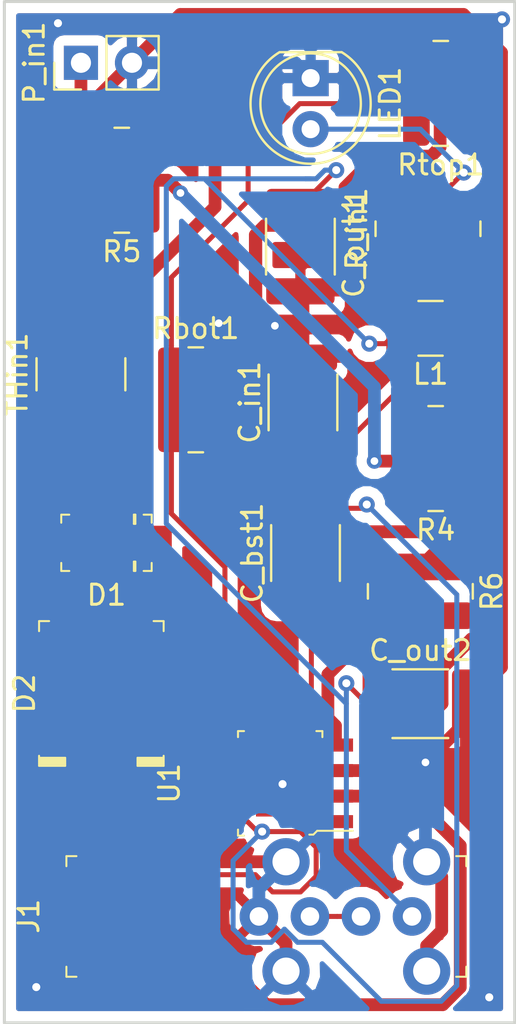
<source format=kicad_pcb>
(kicad_pcb (version 20171130) (host pcbnew "(5.0.2)-1")

  (general
    (thickness 1.6)
    (drawings 4)
    (tracks 211)
    (zones 0)
    (modules 18)
    (nets 13)
  )

  (page A4)
  (layers
    (0 F.Cu signal)
    (31 B.Cu signal)
    (32 B.Adhes user)
    (33 F.Adhes user)
    (34 B.Paste user)
    (35 F.Paste user)
    (36 B.SilkS user)
    (37 F.SilkS user)
    (38 B.Mask user)
    (39 F.Mask user)
    (40 Dwgs.User user)
    (41 Cmts.User user)
    (42 Eco1.User user)
    (43 Eco2.User user)
    (44 Edge.Cuts user)
    (45 Margin user)
    (46 B.CrtYd user)
    (47 F.CrtYd user hide)
    (48 B.Fab user)
    (49 F.Fab user hide)
  )

  (setup
    (last_trace_width 0.25)
    (trace_clearance 0.2)
    (zone_clearance 0.508)
    (zone_45_only no)
    (trace_min 0.2)
    (segment_width 0.2)
    (edge_width 0.15)
    (via_size 0.8)
    (via_drill 0.4)
    (via_min_size 0.4)
    (via_min_drill 0.3)
    (uvia_size 0.3)
    (uvia_drill 0.1)
    (uvias_allowed no)
    (uvia_min_size 0.2)
    (uvia_min_drill 0.1)
    (pcb_text_width 0.3)
    (pcb_text_size 1.5 1.5)
    (mod_edge_width 0.15)
    (mod_text_size 1 1)
    (mod_text_width 0.15)
    (pad_size 1.524 1.524)
    (pad_drill 0.762)
    (pad_to_mask_clearance 0.051)
    (solder_mask_min_width 0.25)
    (aux_axis_origin 0 0)
    (visible_elements 7FFFFFFF)
    (pcbplotparams
      (layerselection 0x010fc_ffffffff)
      (usegerberextensions false)
      (usegerberattributes false)
      (usegerberadvancedattributes false)
      (creategerberjobfile false)
      (excludeedgelayer true)
      (linewidth 0.100000)
      (plotframeref false)
      (viasonmask false)
      (mode 1)
      (useauxorigin false)
      (hpglpennumber 1)
      (hpglpenspeed 20)
      (hpglpendiameter 15.000000)
      (psnegative false)
      (psa4output false)
      (plotreference true)
      (plotvalue true)
      (plotinvisibletext false)
      (padsonsilk false)
      (subtractmaskfromsilk false)
      (outputformat 1)
      (mirror false)
      (drillshape 0)
      (scaleselection 1)
      (outputdirectory ""))
  )

  (net 0 "")
  (net 1 /VOUT)
  (net 2 "Net-(J1-Pad2)")
  (net 3 GND)
  (net 4 "Net-(C_bst1-Pad1)")
  (net 5 /VIN)
  (net 6 "Net-(R4-Pad2)")
  (net 7 "Net-(R6-Pad2)")
  (net 8 "Net-(Rbot1-Pad1)")
  (net 9 "Net-(C_bst1-Pad2)")
  (net 10 "Net-(D1-PadA)")
  (net 11 "Net-(P_in1-Pad1)")
  (net 12 "Net-(LED1-Pad2)")

  (net_class Default "This is the default net class."
    (clearance 0.2)
    (trace_width 0.25)
    (via_dia 0.8)
    (via_drill 0.4)
    (uvia_dia 0.3)
    (uvia_drill 0.1)
    (add_net /VOUT)
    (add_net "Net-(C_bst1-Pad1)")
    (add_net "Net-(C_bst1-Pad2)")
    (add_net "Net-(D1-PadA)")
    (add_net "Net-(J1-Pad2)")
    (add_net "Net-(LED1-Pad2)")
    (add_net "Net-(Rbot1-Pad1)")
  )

  (net_class "High Power" ""
    (clearance 0.1778)
    (trace_width 0.635)
    (via_dia 0.762)
    (via_drill 0.381)
    (uvia_dia 0.3)
    (uvia_drill 0.1)
    (add_net /VIN)
    (add_net GND)
    (add_net "Net-(P_in1-Pad1)")
    (add_net "Net-(R4-Pad2)")
    (add_net "Net-(R6-Pad2)")
  )

  (module digikey-footprints:USB_A_Female_Vertical_RA_73725-0110BLF (layer F.Cu) (tedit 5C801130) (tstamp 5C801B47)
    (at 148.556001 134.408 90)
    (descr http://portal.fciconnect.com/Comergent//fci/drawing/73725.pdf)
    (path /5C7C796E)
    (fp_text reference J1 (at 0.01 -19.07 90) (layer F.SilkS)
      (effects (font (size 1 1) (thickness 0.15)))
    )
    (fp_text value 73725-0110BLF (at 0.01 5.6 90) (layer F.Fab)
      (effects (font (size 1 1) (thickness 0.15)))
    )
    (fp_line (start -2.9 2.6) (end -2.9 -17.1) (layer F.Fab) (width 0.1))
    (fp_line (start -2.9 2.6) (end 2.86 2.6) (layer F.Fab) (width 0.1))
    (fp_line (start 2.86 2.6) (end 2.86 -17.1) (layer F.Fab) (width 0.1))
    (fp_line (start -2.9 -17.1) (end 2.86 -17.1) (layer F.Fab) (width 0.1))
    (fp_line (start -3 2.7) (end -3 2.2) (layer F.SilkS) (width 0.1))
    (fp_line (start -3 2.7) (end -2.5 2.7) (layer F.SilkS) (width 0.1))
    (fp_line (start 3 2.7) (end 2.5 2.7) (layer F.SilkS) (width 0.1))
    (fp_line (start 3 2.7) (end 3 2.2) (layer F.SilkS) (width 0.1))
    (fp_line (start 3 -17.2) (end 3 -16.7) (layer F.SilkS) (width 0.1))
    (fp_line (start 3 -17.2) (end 2.5 -17.2) (layer F.SilkS) (width 0.1))
    (fp_line (start -3 -17.2) (end -2.5 -17.2) (layer F.SilkS) (width 0.1))
    (fp_line (start -3 -17.2) (end -3 -16.7) (layer F.SilkS) (width 0.1))
    (fp_line (start 3.1 -17.34) (end 3.1 2.84) (layer F.CrtYd) (width 0.05))
    (fp_line (start -3.15 -17.34) (end -3.15 2.84) (layer F.CrtYd) (width 0.05))
    (fp_line (start -3.15 2.84) (end 3.1 2.84) (layer F.CrtYd) (width 0.05))
    (fp_line (start -3.15 -17.34) (end 3.1 -17.34) (layer F.CrtYd) (width 0.05))
    (fp_text user %R (at 0 -10.28 90) (layer F.Fab)
      (effects (font (size 1 1) (thickness 0.15)))
    )
    (pad SH thru_hole circle (at 2.72 -6.27 90) (size 2.35 2.35) (drill 1.35) (layers *.Cu *.Mask)
      (net 3 GND))
    (pad SH thru_hole circle (at 2.72 0.73 90) (size 2.35 2.35) (drill 1.35) (layers *.Cu *.Mask)
      (net 3 GND))
    (pad SH thru_hole circle (at -2.72 -6.27 90) (size 2.35 2.35) (drill 1.35) (layers *.Cu *.Mask)
      (net 3 GND))
    (pad SH thru_hole circle (at -2.72 0.73 90) (size 2.35 2.35) (drill 1.35) (layers *.Cu *.Mask)
      (net 3 GND))
    (pad 4 thru_hole circle (at 0 -7.62 90) (size 1.92 1.92) (drill 0.92) (layers *.Cu *.Mask)
      (net 3 GND))
    (pad 3 thru_hole circle (at 0 -5.08 90) (size 1.92 1.92) (drill 0.92) (layers *.Cu *.Mask)
      (net 2 "Net-(J1-Pad2)"))
    (pad 2 thru_hole circle (at 0 -2.54 90) (size 1.92 1.92) (drill 0.92) (layers *.Cu *.Mask)
      (net 2 "Net-(J1-Pad2)"))
    (pad 1 thru_hole circle (at 0 0 90) (size 1.92 1.92) (drill 0.92) (layers *.Cu *.Mask)
      (net 1 /VOUT))
  )

  (module Resistor_SMD:R_2816_7142Metric_Pad3.20x4.45mm_HandSolder (layer F.Cu) (tedit 5B341556) (tstamp 5C8CEB2E)
    (at 132.08 107.442 90)
    (descr "Resistor SMD 2816 (7142 Metric), square (rectangular) end terminal, IPC_7351 nominal with elongated pad for handsoldering. (Body size from: https://www.vishay.com/docs/30100/wsl.pdf), generated with kicad-footprint-generator")
    (tags "resistor handsolder")
    (path /5C75F1A6)
    (attr smd)
    (fp_text reference THin1 (at 0 -3.18 90) (layer F.SilkS)
      (effects (font (size 1 1) (thickness 0.15)))
    )
    (fp_text value Thermistor_PTC (at 0 3.18 90) (layer F.Fab)
      (effects (font (size 1 1) (thickness 0.15)))
    )
    (fp_line (start -3.55 2.1) (end -3.55 -2.1) (layer F.Fab) (width 0.1))
    (fp_line (start -3.55 -2.1) (end 3.55 -2.1) (layer F.Fab) (width 0.1))
    (fp_line (start 3.55 -2.1) (end 3.55 2.1) (layer F.Fab) (width 0.1))
    (fp_line (start 3.55 2.1) (end -3.55 2.1) (layer F.Fab) (width 0.1))
    (fp_line (start -0.797369 -2.21) (end 0.797369 -2.21) (layer F.SilkS) (width 0.12))
    (fp_line (start -0.797369 2.21) (end 0.797369 2.21) (layer F.SilkS) (width 0.12))
    (fp_line (start -4.45 2.48) (end -4.45 -2.48) (layer F.CrtYd) (width 0.05))
    (fp_line (start -4.45 -2.48) (end 4.45 -2.48) (layer F.CrtYd) (width 0.05))
    (fp_line (start 4.45 -2.48) (end 4.45 2.48) (layer F.CrtYd) (width 0.05))
    (fp_line (start 4.45 2.48) (end -4.45 2.48) (layer F.CrtYd) (width 0.05))
    (fp_text user %R (at 0 0 90) (layer F.Fab)
      (effects (font (size 1 1) (thickness 0.15)))
    )
    (pad 1 smd roundrect (at -2.6 0 90) (size 3.2 4.45) (layers F.Cu F.Paste F.Mask) (roundrect_rratio 0.078125)
      (net 10 "Net-(D1-PadA)"))
    (pad 2 smd roundrect (at 2.6 0 90) (size 3.2 4.45) (layers F.Cu F.Paste F.Mask) (roundrect_rratio 0.078125)
      (net 11 "Net-(P_in1-Pad1)"))
    (model ${KISYS3DMOD}/Resistor_SMD.3dshapes/R_2816_7142Metric.wrl
      (at (xyz 0 0 0))
      (scale (xyz 1 1 1))
      (rotate (xyz 0 0 0))
    )
  )

  (module Capacitor_SMD:C_1812_4532Metric_Pad1.30x3.40mm_HandSolder (layer F.Cu) (tedit 5B301BBE) (tstamp 5C801CA8)
    (at 143.129 108.839 90)
    (descr "Capacitor SMD 1812 (4532 Metric), square (rectangular) end terminal, IPC_7351 nominal with elongated pad for handsoldering. (Body size source: https://www.nikhef.nl/pub/departments/mt/projects/detectorR_D/dtddice/ERJ2G.pdf), generated with kicad-footprint-generator")
    (tags "capacitor handsolder")
    (path /5C76495B)
    (attr smd)
    (fp_text reference C_in1 (at 0 -2.65 90) (layer F.SilkS)
      (effects (font (size 1 1) (thickness 0.15)))
    )
    (fp_text value 10u (at 0 2.65 90) (layer F.Fab)
      (effects (font (size 1 1) (thickness 0.15)))
    )
    (fp_text user %R (at 0 0 90) (layer F.Fab)
      (effects (font (size 1 1) (thickness 0.15)))
    )
    (fp_line (start 3.12 1.95) (end -3.12 1.95) (layer F.CrtYd) (width 0.05))
    (fp_line (start 3.12 -1.95) (end 3.12 1.95) (layer F.CrtYd) (width 0.05))
    (fp_line (start -3.12 -1.95) (end 3.12 -1.95) (layer F.CrtYd) (width 0.05))
    (fp_line (start -3.12 1.95) (end -3.12 -1.95) (layer F.CrtYd) (width 0.05))
    (fp_line (start -1.386252 1.71) (end 1.386252 1.71) (layer F.SilkS) (width 0.12))
    (fp_line (start -1.386252 -1.71) (end 1.386252 -1.71) (layer F.SilkS) (width 0.12))
    (fp_line (start 2.25 1.6) (end -2.25 1.6) (layer F.Fab) (width 0.1))
    (fp_line (start 2.25 -1.6) (end 2.25 1.6) (layer F.Fab) (width 0.1))
    (fp_line (start -2.25 -1.6) (end 2.25 -1.6) (layer F.Fab) (width 0.1))
    (fp_line (start -2.25 1.6) (end -2.25 -1.6) (layer F.Fab) (width 0.1))
    (pad 2 smd roundrect (at 2.225 0 90) (size 1.3 3.4) (layers F.Cu F.Paste F.Mask) (roundrect_rratio 0.192308)
      (net 3 GND))
    (pad 1 smd roundrect (at -2.225 0 90) (size 1.3 3.4) (layers F.Cu F.Paste F.Mask) (roundrect_rratio 0.192308)
      (net 5 /VIN))
    (model ${KISYS3DMOD}/Capacitor_SMD.3dshapes/C_1812_4532Metric.wrl
      (at (xyz 0 0 0))
      (scale (xyz 1 1 1))
      (rotate (xyz 0 0 0))
    )
  )

  (module Capacitor_SMD:C_1812_4532Metric_Pad1.30x3.40mm_HandSolder (layer F.Cu) (tedit 5B301BBE) (tstamp 5C801C97)
    (at 143.002 101.092 270)
    (descr "Capacitor SMD 1812 (4532 Metric), square (rectangular) end terminal, IPC_7351 nominal with elongated pad for handsoldering. (Body size source: https://www.nikhef.nl/pub/departments/mt/projects/detectorR_D/dtddice/ERJ2G.pdf), generated with kicad-footprint-generator")
    (tags "capacitor handsolder")
    (path /5C764A86)
    (attr smd)
    (fp_text reference C_out1 (at 0 -2.65 270) (layer F.SilkS)
      (effects (font (size 1 1) (thickness 0.15)))
    )
    (fp_text value 22u (at 0 2.65 270) (layer F.Fab)
      (effects (font (size 1 1) (thickness 0.15)))
    )
    (fp_line (start -2.25 1.6) (end -2.25 -1.6) (layer F.Fab) (width 0.1))
    (fp_line (start -2.25 -1.6) (end 2.25 -1.6) (layer F.Fab) (width 0.1))
    (fp_line (start 2.25 -1.6) (end 2.25 1.6) (layer F.Fab) (width 0.1))
    (fp_line (start 2.25 1.6) (end -2.25 1.6) (layer F.Fab) (width 0.1))
    (fp_line (start -1.386252 -1.71) (end 1.386252 -1.71) (layer F.SilkS) (width 0.12))
    (fp_line (start -1.386252 1.71) (end 1.386252 1.71) (layer F.SilkS) (width 0.12))
    (fp_line (start -3.12 1.95) (end -3.12 -1.95) (layer F.CrtYd) (width 0.05))
    (fp_line (start -3.12 -1.95) (end 3.12 -1.95) (layer F.CrtYd) (width 0.05))
    (fp_line (start 3.12 -1.95) (end 3.12 1.95) (layer F.CrtYd) (width 0.05))
    (fp_line (start 3.12 1.95) (end -3.12 1.95) (layer F.CrtYd) (width 0.05))
    (fp_text user %R (at 0 0 270) (layer F.Fab)
      (effects (font (size 1 1) (thickness 0.15)))
    )
    (pad 1 smd roundrect (at -2.225 0 270) (size 1.3 3.4) (layers F.Cu F.Paste F.Mask) (roundrect_rratio 0.192308)
      (net 1 /VOUT))
    (pad 2 smd roundrect (at 2.225 0 270) (size 1.3 3.4) (layers F.Cu F.Paste F.Mask) (roundrect_rratio 0.192308)
      (net 3 GND))
    (model ${KISYS3DMOD}/Capacitor_SMD.3dshapes/C_1812_4532Metric.wrl
      (at (xyz 0 0 0))
      (scale (xyz 1 1 1))
      (rotate (xyz 0 0 0))
    )
  )

  (module Capacitor_SMD:C_1812_4532Metric_Pad1.30x3.40mm_HandSolder (layer F.Cu) (tedit 5B301BBE) (tstamp 5C801C86)
    (at 148.971 123.825)
    (descr "Capacitor SMD 1812 (4532 Metric), square (rectangular) end terminal, IPC_7351 nominal with elongated pad for handsoldering. (Body size source: https://www.nikhef.nl/pub/departments/mt/projects/detectorR_D/dtddice/ERJ2G.pdf), generated with kicad-footprint-generator")
    (tags "capacitor handsolder")
    (path /5C7649E3)
    (attr smd)
    (fp_text reference C_out2 (at 0 -2.65) (layer F.SilkS)
      (effects (font (size 1 1) (thickness 0.15)))
    )
    (fp_text value 22u (at 0 2.65) (layer F.Fab)
      (effects (font (size 1 1) (thickness 0.15)))
    )
    (fp_text user %R (at 0 0) (layer F.Fab)
      (effects (font (size 1 1) (thickness 0.15)))
    )
    (fp_line (start 3.12 1.95) (end -3.12 1.95) (layer F.CrtYd) (width 0.05))
    (fp_line (start 3.12 -1.95) (end 3.12 1.95) (layer F.CrtYd) (width 0.05))
    (fp_line (start -3.12 -1.95) (end 3.12 -1.95) (layer F.CrtYd) (width 0.05))
    (fp_line (start -3.12 1.95) (end -3.12 -1.95) (layer F.CrtYd) (width 0.05))
    (fp_line (start -1.386252 1.71) (end 1.386252 1.71) (layer F.SilkS) (width 0.12))
    (fp_line (start -1.386252 -1.71) (end 1.386252 -1.71) (layer F.SilkS) (width 0.12))
    (fp_line (start 2.25 1.6) (end -2.25 1.6) (layer F.Fab) (width 0.1))
    (fp_line (start 2.25 -1.6) (end 2.25 1.6) (layer F.Fab) (width 0.1))
    (fp_line (start -2.25 -1.6) (end 2.25 -1.6) (layer F.Fab) (width 0.1))
    (fp_line (start -2.25 1.6) (end -2.25 -1.6) (layer F.Fab) (width 0.1))
    (pad 2 smd roundrect (at 2.225 0) (size 1.3 3.4) (layers F.Cu F.Paste F.Mask) (roundrect_rratio 0.192308)
      (net 3 GND))
    (pad 1 smd roundrect (at -2.225 0) (size 1.3 3.4) (layers F.Cu F.Paste F.Mask) (roundrect_rratio 0.192308)
      (net 1 /VOUT))
    (model ${KISYS3DMOD}/Capacitor_SMD.3dshapes/C_1812_4532Metric.wrl
      (at (xyz 0 0 0))
      (scale (xyz 1 1 1))
      (rotate (xyz 0 0 0))
    )
  )

  (module Capacitor_SMD:C_1812_4532Metric_Pad1.30x3.40mm_HandSolder (layer F.Cu) (tedit 5B301BBE) (tstamp 5C801C75)
    (at 143.256 116.332 90)
    (descr "Capacitor SMD 1812 (4532 Metric), square (rectangular) end terminal, IPC_7351 nominal with elongated pad for handsoldering. (Body size source: https://www.nikhef.nl/pub/departments/mt/projects/detectorR_D/dtddice/ERJ2G.pdf), generated with kicad-footprint-generator")
    (tags "capacitor handsolder")
    (path /5C763E53)
    (attr smd)
    (fp_text reference C_bst1 (at 0 -2.65 90) (layer F.SilkS)
      (effects (font (size 1 1) (thickness 0.15)))
    )
    (fp_text value .1u (at 0 2.65 90) (layer F.Fab)
      (effects (font (size 1 1) (thickness 0.15)))
    )
    (fp_line (start -2.25 1.6) (end -2.25 -1.6) (layer F.Fab) (width 0.1))
    (fp_line (start -2.25 -1.6) (end 2.25 -1.6) (layer F.Fab) (width 0.1))
    (fp_line (start 2.25 -1.6) (end 2.25 1.6) (layer F.Fab) (width 0.1))
    (fp_line (start 2.25 1.6) (end -2.25 1.6) (layer F.Fab) (width 0.1))
    (fp_line (start -1.386252 -1.71) (end 1.386252 -1.71) (layer F.SilkS) (width 0.12))
    (fp_line (start -1.386252 1.71) (end 1.386252 1.71) (layer F.SilkS) (width 0.12))
    (fp_line (start -3.12 1.95) (end -3.12 -1.95) (layer F.CrtYd) (width 0.05))
    (fp_line (start -3.12 -1.95) (end 3.12 -1.95) (layer F.CrtYd) (width 0.05))
    (fp_line (start 3.12 -1.95) (end 3.12 1.95) (layer F.CrtYd) (width 0.05))
    (fp_line (start 3.12 1.95) (end -3.12 1.95) (layer F.CrtYd) (width 0.05))
    (fp_text user %R (at 0 0 90) (layer F.Fab)
      (effects (font (size 1 1) (thickness 0.15)))
    )
    (pad 1 smd roundrect (at -2.225 0 90) (size 1.3 3.4) (layers F.Cu F.Paste F.Mask) (roundrect_rratio 0.192308)
      (net 4 "Net-(C_bst1-Pad1)"))
    (pad 2 smd roundrect (at 2.225 0 90) (size 1.3 3.4) (layers F.Cu F.Paste F.Mask) (roundrect_rratio 0.192308)
      (net 9 "Net-(C_bst1-Pad2)"))
    (model ${KISYS3DMOD}/Capacitor_SMD.3dshapes/C_1812_4532Metric.wrl
      (at (xyz 0 0 0))
      (scale (xyz 1 1 1))
      (rotate (xyz 0 0 0))
    )
  )

  (module Connector_PinHeader_2.54mm:PinHeader_1x02_P2.54mm_Vertical (layer F.Cu) (tedit 59FED5CC) (tstamp 5C801C64)
    (at 132.08 91.948 90)
    (descr "Through hole straight pin header, 1x02, 2.54mm pitch, single row")
    (tags "Through hole pin header THT 1x02 2.54mm single row")
    (path /5C75DA33)
    (fp_text reference P_in1 (at 0 -2.33 90) (layer F.SilkS)
      (effects (font (size 1 1) (thickness 0.15)))
    )
    (fp_text value Conn_01x02_Male (at 0 4.87 90) (layer F.Fab)
      (effects (font (size 1 1) (thickness 0.15)))
    )
    (fp_line (start -0.635 -1.27) (end 1.27 -1.27) (layer F.Fab) (width 0.1))
    (fp_line (start 1.27 -1.27) (end 1.27 3.81) (layer F.Fab) (width 0.1))
    (fp_line (start 1.27 3.81) (end -1.27 3.81) (layer F.Fab) (width 0.1))
    (fp_line (start -1.27 3.81) (end -1.27 -0.635) (layer F.Fab) (width 0.1))
    (fp_line (start -1.27 -0.635) (end -0.635 -1.27) (layer F.Fab) (width 0.1))
    (fp_line (start -1.33 3.87) (end 1.33 3.87) (layer F.SilkS) (width 0.12))
    (fp_line (start -1.33 1.27) (end -1.33 3.87) (layer F.SilkS) (width 0.12))
    (fp_line (start 1.33 1.27) (end 1.33 3.87) (layer F.SilkS) (width 0.12))
    (fp_line (start -1.33 1.27) (end 1.33 1.27) (layer F.SilkS) (width 0.12))
    (fp_line (start -1.33 0) (end -1.33 -1.33) (layer F.SilkS) (width 0.12))
    (fp_line (start -1.33 -1.33) (end 0 -1.33) (layer F.SilkS) (width 0.12))
    (fp_line (start -1.8 -1.8) (end -1.8 4.35) (layer F.CrtYd) (width 0.05))
    (fp_line (start -1.8 4.35) (end 1.8 4.35) (layer F.CrtYd) (width 0.05))
    (fp_line (start 1.8 4.35) (end 1.8 -1.8) (layer F.CrtYd) (width 0.05))
    (fp_line (start 1.8 -1.8) (end -1.8 -1.8) (layer F.CrtYd) (width 0.05))
    (fp_text user %R (at 0 1.27 180) (layer F.Fab)
      (effects (font (size 1 1) (thickness 0.15)))
    )
    (pad 1 thru_hole rect (at 0 0 90) (size 1.7 1.7) (drill 1) (layers *.Cu *.Mask)
      (net 11 "Net-(P_in1-Pad1)"))
    (pad 2 thru_hole oval (at 0 2.54 90) (size 1.7 1.7) (drill 1) (layers *.Cu *.Mask)
      (net 3 GND))
    (model ${KISYS3DMOD}/Connector_PinHeader_2.54mm.3dshapes/PinHeader_1x02_P2.54mm_Vertical.wrl
      (at (xyz 0 0 0))
      (scale (xyz 1 1 1))
      (rotate (xyz 0 0 0))
    )
  )

  (module Inductor_SMD:L_1210_3225Metric_Pad1.42x2.65mm_HandSolder (layer F.Cu) (tedit 5B301BBE) (tstamp 5C802006)
    (at 149.479 105.156 180)
    (descr "Capacitor SMD 1210 (3225 Metric), square (rectangular) end terminal, IPC_7351 nominal with elongated pad for handsoldering. (Body size source: http://www.tortai-tech.com/upload/download/2011102023233369053.pdf), generated with kicad-footprint-generator")
    (tags "inductor handsolder")
    (path /5C766546)
    (attr smd)
    (fp_text reference L1 (at 0 -2.28 180) (layer F.SilkS)
      (effects (font (size 1 1) (thickness 0.15)))
    )
    (fp_text value 6.8u (at 0 2.28 180) (layer F.Fab)
      (effects (font (size 1 1) (thickness 0.15)))
    )
    (fp_line (start -1.6 1.25) (end -1.6 -1.25) (layer F.Fab) (width 0.1))
    (fp_line (start -1.6 -1.25) (end 1.6 -1.25) (layer F.Fab) (width 0.1))
    (fp_line (start 1.6 -1.25) (end 1.6 1.25) (layer F.Fab) (width 0.1))
    (fp_line (start 1.6 1.25) (end -1.6 1.25) (layer F.Fab) (width 0.1))
    (fp_line (start -0.602064 -1.36) (end 0.602064 -1.36) (layer F.SilkS) (width 0.12))
    (fp_line (start -0.602064 1.36) (end 0.602064 1.36) (layer F.SilkS) (width 0.12))
    (fp_line (start -2.45 1.58) (end -2.45 -1.58) (layer F.CrtYd) (width 0.05))
    (fp_line (start -2.45 -1.58) (end 2.45 -1.58) (layer F.CrtYd) (width 0.05))
    (fp_line (start 2.45 -1.58) (end 2.45 1.58) (layer F.CrtYd) (width 0.05))
    (fp_line (start 2.45 1.58) (end -2.45 1.58) (layer F.CrtYd) (width 0.05))
    (fp_text user %R (at 0 0 180) (layer F.Fab)
      (effects (font (size 0.8 0.8) (thickness 0.12)))
    )
    (pad 1 smd roundrect (at -1.4875 0 180) (size 1.425 2.65) (layers F.Cu F.Paste F.Mask) (roundrect_rratio 0.175439)
      (net 9 "Net-(C_bst1-Pad2)"))
    (pad 2 smd roundrect (at 1.4875 0 180) (size 1.425 2.65) (layers F.Cu F.Paste F.Mask) (roundrect_rratio 0.175439)
      (net 1 /VOUT))
    (model ${KISYS3DMOD}/Inductor_SMD.3dshapes/L_1210_3225Metric.wrl
      (at (xyz 0 0 0))
      (scale (xyz 1 1 1))
      (rotate (xyz 0 0 0))
    )
  )

  (module LED_THT:LED_D5.0mm (layer F.Cu) (tedit 5995936A) (tstamp 5C801C3D)
    (at 143.51 92.71 270)
    (descr "LED, diameter 5.0mm, 2 pins, http://cdn-reichelt.de/documents/datenblatt/A500/LL-504BC2E-009.pdf")
    (tags "LED diameter 5.0mm 2 pins")
    (path /5C75D93D)
    (fp_text reference LED1 (at 1.27 -3.96 270) (layer F.SilkS)
      (effects (font (size 1 1) (thickness 0.15)))
    )
    (fp_text value LED (at 1.27 3.96 270) (layer F.Fab)
      (effects (font (size 1 1) (thickness 0.15)))
    )
    (fp_arc (start 1.27 0) (end -1.23 -1.469694) (angle 299.1) (layer F.Fab) (width 0.1))
    (fp_arc (start 1.27 0) (end -1.29 -1.54483) (angle 148.9) (layer F.SilkS) (width 0.12))
    (fp_arc (start 1.27 0) (end -1.29 1.54483) (angle -148.9) (layer F.SilkS) (width 0.12))
    (fp_circle (center 1.27 0) (end 3.77 0) (layer F.Fab) (width 0.1))
    (fp_circle (center 1.27 0) (end 3.77 0) (layer F.SilkS) (width 0.12))
    (fp_line (start -1.23 -1.469694) (end -1.23 1.469694) (layer F.Fab) (width 0.1))
    (fp_line (start -1.29 -1.545) (end -1.29 1.545) (layer F.SilkS) (width 0.12))
    (fp_line (start -1.95 -3.25) (end -1.95 3.25) (layer F.CrtYd) (width 0.05))
    (fp_line (start -1.95 3.25) (end 4.5 3.25) (layer F.CrtYd) (width 0.05))
    (fp_line (start 4.5 3.25) (end 4.5 -3.25) (layer F.CrtYd) (width 0.05))
    (fp_line (start 4.5 -3.25) (end -1.95 -3.25) (layer F.CrtYd) (width 0.05))
    (fp_text user %R (at 1.25 0 270) (layer F.Fab)
      (effects (font (size 0.8 0.8) (thickness 0.2)))
    )
    (pad 1 thru_hole rect (at 0 0 270) (size 1.8 1.8) (drill 0.9) (layers *.Cu *.Mask)
      (net 3 GND))
    (pad 2 thru_hole circle (at 2.54 0 270) (size 1.8 1.8) (drill 0.9) (layers *.Cu *.Mask)
      (net 12 "Net-(LED1-Pad2)"))
    (model ${KISYS3DMOD}/LED_THT.3dshapes/LED_D5.0mm.wrl
      (at (xyz 0 0 0))
      (scale (xyz 1 1 1))
      (rotate (xyz 0 0 0))
    )
  )

  (module Resistor_SMD:R_1020_2550Metric_Pad1.33x5.20mm_HandSolder (layer F.Cu) (tedit 5B301BBD) (tstamp 5C801C2B)
    (at 148.971 118.237 270)
    (descr "Resistor SMD 1020 (2550 Metric), square (rectangular) end terminal, IPC_7351 nominal with elongated pad for handsoldering. (Body size source: https://www.vishay.com/docs/20019/rcwe.pdf), generated with kicad-footprint-generator")
    (tags "resistor handsolder")
    (path /5C76677F)
    (attr smd)
    (fp_text reference R6 (at 0 -3.55 270) (layer F.SilkS)
      (effects (font (size 1 1) (thickness 0.15)))
    )
    (fp_text value 100k (at 0 3.55 270) (layer F.Fab)
      (effects (font (size 1 1) (thickness 0.15)))
    )
    (fp_text user %R (at 0 0 270) (layer F.Fab)
      (effects (font (size 0.62 0.62) (thickness 0.09)))
    )
    (fp_line (start 2.12 2.85) (end -2.12 2.85) (layer F.CrtYd) (width 0.05))
    (fp_line (start 2.12 -2.85) (end 2.12 2.85) (layer F.CrtYd) (width 0.05))
    (fp_line (start -2.12 -2.85) (end 2.12 -2.85) (layer F.CrtYd) (width 0.05))
    (fp_line (start -2.12 2.85) (end -2.12 -2.85) (layer F.CrtYd) (width 0.05))
    (fp_line (start -0.361252 2.61) (end 0.361252 2.61) (layer F.SilkS) (width 0.12))
    (fp_line (start -0.361252 -2.61) (end 0.361252 -2.61) (layer F.SilkS) (width 0.12))
    (fp_line (start 1.25 2.5) (end -1.25 2.5) (layer F.Fab) (width 0.1))
    (fp_line (start 1.25 -2.5) (end 1.25 2.5) (layer F.Fab) (width 0.1))
    (fp_line (start -1.25 -2.5) (end 1.25 -2.5) (layer F.Fab) (width 0.1))
    (fp_line (start -1.25 2.5) (end -1.25 -2.5) (layer F.Fab) (width 0.1))
    (pad 2 smd roundrect (at 1.2125 0 270) (size 1.325 5.2) (layers F.Cu F.Paste F.Mask) (roundrect_rratio 0.188679)
      (net 7 "Net-(R6-Pad2)"))
    (pad 1 smd roundrect (at -1.2125 0 270) (size 1.325 5.2) (layers F.Cu F.Paste F.Mask) (roundrect_rratio 0.188679)
      (net 5 /VIN))
    (model ${KISYS3DMOD}/Resistor_SMD.3dshapes/R_1020_2550Metric.wrl
      (at (xyz 0 0 0))
      (scale (xyz 1 1 1))
      (rotate (xyz 0 0 0))
    )
  )

  (module Resistor_SMD:R_1020_2550Metric_Pad1.33x5.20mm_HandSolder (layer F.Cu) (tedit 5B301BBD) (tstamp 5C801C1A)
    (at 149.352 100.203 90)
    (descr "Resistor SMD 1020 (2550 Metric), square (rectangular) end terminal, IPC_7351 nominal with elongated pad for handsoldering. (Body size source: https://www.vishay.com/docs/20019/rcwe.pdf), generated with kicad-footprint-generator")
    (tags "resistor handsolder")
    (path /5C75FE00)
    (attr smd)
    (fp_text reference R_in1 (at 0 -3.55 90) (layer F.SilkS)
      (effects (font (size 1 1) (thickness 0.15)))
    )
    (fp_text value 400 (at 0 3.55 90) (layer F.Fab)
      (effects (font (size 1 1) (thickness 0.15)))
    )
    (fp_line (start -1.25 2.5) (end -1.25 -2.5) (layer F.Fab) (width 0.1))
    (fp_line (start -1.25 -2.5) (end 1.25 -2.5) (layer F.Fab) (width 0.1))
    (fp_line (start 1.25 -2.5) (end 1.25 2.5) (layer F.Fab) (width 0.1))
    (fp_line (start 1.25 2.5) (end -1.25 2.5) (layer F.Fab) (width 0.1))
    (fp_line (start -0.361252 -2.61) (end 0.361252 -2.61) (layer F.SilkS) (width 0.12))
    (fp_line (start -0.361252 2.61) (end 0.361252 2.61) (layer F.SilkS) (width 0.12))
    (fp_line (start -2.12 2.85) (end -2.12 -2.85) (layer F.CrtYd) (width 0.05))
    (fp_line (start -2.12 -2.85) (end 2.12 -2.85) (layer F.CrtYd) (width 0.05))
    (fp_line (start 2.12 -2.85) (end 2.12 2.85) (layer F.CrtYd) (width 0.05))
    (fp_line (start 2.12 2.85) (end -2.12 2.85) (layer F.CrtYd) (width 0.05))
    (fp_text user %R (at 0 0 90) (layer F.Fab)
      (effects (font (size 0.62 0.62) (thickness 0.09)))
    )
    (pad 1 smd roundrect (at -1.2125 0 90) (size 1.325 5.2) (layers F.Cu F.Paste F.Mask) (roundrect_rratio 0.188679)
      (net 1 /VOUT))
    (pad 2 smd roundrect (at 1.2125 0 90) (size 1.325 5.2) (layers F.Cu F.Paste F.Mask) (roundrect_rratio 0.188679)
      (net 12 "Net-(LED1-Pad2)"))
    (model ${KISYS3DMOD}/Resistor_SMD.3dshapes/R_1020_2550Metric.wrl
      (at (xyz 0 0 0))
      (scale (xyz 1 1 1))
      (rotate (xyz 0 0 0))
    )
  )

  (module Resistor_SMD:R_1020_2550Metric_Pad1.33x5.20mm_HandSolder (layer F.Cu) (tedit 5B301BBD) (tstamp 5C801C09)
    (at 134.112 97.79 180)
    (descr "Resistor SMD 1020 (2550 Metric), square (rectangular) end terminal, IPC_7351 nominal with elongated pad for handsoldering. (Body size source: https://www.vishay.com/docs/20019/rcwe.pdf), generated with kicad-footprint-generator")
    (tags "resistor handsolder")
    (path /5C766860)
    (attr smd)
    (fp_text reference R5 (at 0 -3.55 180) (layer F.SilkS)
      (effects (font (size 1 1) (thickness 0.15)))
    )
    (fp_text value 10.2k (at 0 3.55 180) (layer F.Fab)
      (effects (font (size 1 1) (thickness 0.15)))
    )
    (fp_text user %R (at 0 0 180) (layer F.Fab)
      (effects (font (size 0.62 0.62) (thickness 0.09)))
    )
    (fp_line (start 2.12 2.85) (end -2.12 2.85) (layer F.CrtYd) (width 0.05))
    (fp_line (start 2.12 -2.85) (end 2.12 2.85) (layer F.CrtYd) (width 0.05))
    (fp_line (start -2.12 -2.85) (end 2.12 -2.85) (layer F.CrtYd) (width 0.05))
    (fp_line (start -2.12 2.85) (end -2.12 -2.85) (layer F.CrtYd) (width 0.05))
    (fp_line (start -0.361252 2.61) (end 0.361252 2.61) (layer F.SilkS) (width 0.12))
    (fp_line (start -0.361252 -2.61) (end 0.361252 -2.61) (layer F.SilkS) (width 0.12))
    (fp_line (start 1.25 2.5) (end -1.25 2.5) (layer F.Fab) (width 0.1))
    (fp_line (start 1.25 -2.5) (end 1.25 2.5) (layer F.Fab) (width 0.1))
    (fp_line (start -1.25 -2.5) (end 1.25 -2.5) (layer F.Fab) (width 0.1))
    (fp_line (start -1.25 2.5) (end -1.25 -2.5) (layer F.Fab) (width 0.1))
    (pad 2 smd roundrect (at 1.2125 0 180) (size 1.325 5.2) (layers F.Cu F.Paste F.Mask) (roundrect_rratio 0.188679)
      (net 3 GND))
    (pad 1 smd roundrect (at -1.2125 0 180) (size 1.325 5.2) (layers F.Cu F.Paste F.Mask) (roundrect_rratio 0.188679)
      (net 6 "Net-(R4-Pad2)"))
    (model ${KISYS3DMOD}/Resistor_SMD.3dshapes/R_1020_2550Metric.wrl
      (at (xyz 0 0 0))
      (scale (xyz 1 1 1))
      (rotate (xyz 0 0 0))
    )
  )

  (module Resistor_SMD:R_1020_2550Metric_Pad1.33x5.20mm_HandSolder (layer F.Cu) (tedit 5B301BBD) (tstamp 5C801BF8)
    (at 149.733 111.633 180)
    (descr "Resistor SMD 1020 (2550 Metric), square (rectangular) end terminal, IPC_7351 nominal with elongated pad for handsoldering. (Body size source: https://www.vishay.com/docs/20019/rcwe.pdf), generated with kicad-footprint-generator")
    (tags "resistor handsolder")
    (path /5C75C9AF)
    (attr smd)
    (fp_text reference R4 (at 0 -3.55 180) (layer F.SilkS)
      (effects (font (size 1 1) (thickness 0.15)))
    )
    (fp_text value 56k (at 0 3.55 180) (layer F.Fab)
      (effects (font (size 1 1) (thickness 0.15)))
    )
    (fp_line (start -1.25 2.5) (end -1.25 -2.5) (layer F.Fab) (width 0.1))
    (fp_line (start -1.25 -2.5) (end 1.25 -2.5) (layer F.Fab) (width 0.1))
    (fp_line (start 1.25 -2.5) (end 1.25 2.5) (layer F.Fab) (width 0.1))
    (fp_line (start 1.25 2.5) (end -1.25 2.5) (layer F.Fab) (width 0.1))
    (fp_line (start -0.361252 -2.61) (end 0.361252 -2.61) (layer F.SilkS) (width 0.12))
    (fp_line (start -0.361252 2.61) (end 0.361252 2.61) (layer F.SilkS) (width 0.12))
    (fp_line (start -2.12 2.85) (end -2.12 -2.85) (layer F.CrtYd) (width 0.05))
    (fp_line (start -2.12 -2.85) (end 2.12 -2.85) (layer F.CrtYd) (width 0.05))
    (fp_line (start 2.12 -2.85) (end 2.12 2.85) (layer F.CrtYd) (width 0.05))
    (fp_line (start 2.12 2.85) (end -2.12 2.85) (layer F.CrtYd) (width 0.05))
    (fp_text user %R (at 0 0 180) (layer F.Fab)
      (effects (font (size 0.62 0.62) (thickness 0.09)))
    )
    (pad 1 smd roundrect (at -1.2125 0 180) (size 1.325 5.2) (layers F.Cu F.Paste F.Mask) (roundrect_rratio 0.188679)
      (net 5 /VIN))
    (pad 2 smd roundrect (at 1.2125 0 180) (size 1.325 5.2) (layers F.Cu F.Paste F.Mask) (roundrect_rratio 0.188679)
      (net 6 "Net-(R4-Pad2)"))
    (model ${KISYS3DMOD}/Resistor_SMD.3dshapes/R_1020_2550Metric.wrl
      (at (xyz 0 0 0))
      (scale (xyz 1 1 1))
      (rotate (xyz 0 0 0))
    )
  )

  (module Resistor_SMD:R_1020_2550Metric_Pad1.33x5.20mm_HandSolder (layer F.Cu) (tedit 5B301BBD) (tstamp 5C801BE7)
    (at 149.987 93.472 180)
    (descr "Resistor SMD 1020 (2550 Metric), square (rectangular) end terminal, IPC_7351 nominal with elongated pad for handsoldering. (Body size source: https://www.vishay.com/docs/20019/rcwe.pdf), generated with kicad-footprint-generator")
    (tags "resistor handsolder")
    (path /5C7668A5)
    (attr smd)
    (fp_text reference Rtop1 (at 0 -3.55 180) (layer F.SilkS)
      (effects (font (size 1 1) (thickness 0.15)))
    )
    (fp_text value 31.5k (at 0 3.55 180) (layer F.Fab)
      (effects (font (size 1 1) (thickness 0.15)))
    )
    (fp_text user %R (at 0 0 180) (layer F.Fab)
      (effects (font (size 0.62 0.62) (thickness 0.09)))
    )
    (fp_line (start 2.12 2.85) (end -2.12 2.85) (layer F.CrtYd) (width 0.05))
    (fp_line (start 2.12 -2.85) (end 2.12 2.85) (layer F.CrtYd) (width 0.05))
    (fp_line (start -2.12 -2.85) (end 2.12 -2.85) (layer F.CrtYd) (width 0.05))
    (fp_line (start -2.12 2.85) (end -2.12 -2.85) (layer F.CrtYd) (width 0.05))
    (fp_line (start -0.361252 2.61) (end 0.361252 2.61) (layer F.SilkS) (width 0.12))
    (fp_line (start -0.361252 -2.61) (end 0.361252 -2.61) (layer F.SilkS) (width 0.12))
    (fp_line (start 1.25 2.5) (end -1.25 2.5) (layer F.Fab) (width 0.1))
    (fp_line (start 1.25 -2.5) (end 1.25 2.5) (layer F.Fab) (width 0.1))
    (fp_line (start -1.25 -2.5) (end 1.25 -2.5) (layer F.Fab) (width 0.1))
    (fp_line (start -1.25 2.5) (end -1.25 -2.5) (layer F.Fab) (width 0.1))
    (pad 2 smd roundrect (at 1.2125 0 180) (size 1.325 5.2) (layers F.Cu F.Paste F.Mask) (roundrect_rratio 0.188679)
      (net 8 "Net-(Rbot1-Pad1)"))
    (pad 1 smd roundrect (at -1.2125 0 180) (size 1.325 5.2) (layers F.Cu F.Paste F.Mask) (roundrect_rratio 0.188679)
      (net 1 /VOUT))
    (model ${KISYS3DMOD}/Resistor_SMD.3dshapes/R_1020_2550Metric.wrl
      (at (xyz 0 0 0))
      (scale (xyz 1 1 1))
      (rotate (xyz 0 0 0))
    )
  )

  (module Resistor_SMD:R_1020_2550Metric_Pad1.33x5.20mm_HandSolder (layer F.Cu) (tedit 5B301BBD) (tstamp 5C801BD6)
    (at 137.795 108.712)
    (descr "Resistor SMD 1020 (2550 Metric), square (rectangular) end terminal, IPC_7351 nominal with elongated pad for handsoldering. (Body size source: https://www.vishay.com/docs/20019/rcwe.pdf), generated with kicad-footprint-generator")
    (tags "resistor handsolder")
    (path /5C7668E5)
    (attr smd)
    (fp_text reference Rbot1 (at 0 -3.55) (layer F.SilkS)
      (effects (font (size 1 1) (thickness 0.15)))
    )
    (fp_text value 10.2k (at 0 3.55) (layer F.Fab)
      (effects (font (size 1 1) (thickness 0.15)))
    )
    (fp_line (start -1.25 2.5) (end -1.25 -2.5) (layer F.Fab) (width 0.1))
    (fp_line (start -1.25 -2.5) (end 1.25 -2.5) (layer F.Fab) (width 0.1))
    (fp_line (start 1.25 -2.5) (end 1.25 2.5) (layer F.Fab) (width 0.1))
    (fp_line (start 1.25 2.5) (end -1.25 2.5) (layer F.Fab) (width 0.1))
    (fp_line (start -0.361252 -2.61) (end 0.361252 -2.61) (layer F.SilkS) (width 0.12))
    (fp_line (start -0.361252 2.61) (end 0.361252 2.61) (layer F.SilkS) (width 0.12))
    (fp_line (start -2.12 2.85) (end -2.12 -2.85) (layer F.CrtYd) (width 0.05))
    (fp_line (start -2.12 -2.85) (end 2.12 -2.85) (layer F.CrtYd) (width 0.05))
    (fp_line (start 2.12 -2.85) (end 2.12 2.85) (layer F.CrtYd) (width 0.05))
    (fp_line (start 2.12 2.85) (end -2.12 2.85) (layer F.CrtYd) (width 0.05))
    (fp_text user %R (at 0 0) (layer F.Fab)
      (effects (font (size 0.62 0.62) (thickness 0.09)))
    )
    (pad 1 smd roundrect (at -1.2125 0) (size 1.325 5.2) (layers F.Cu F.Paste F.Mask) (roundrect_rratio 0.188679)
      (net 8 "Net-(Rbot1-Pad1)"))
    (pad 2 smd roundrect (at 1.2125 0) (size 1.325 5.2) (layers F.Cu F.Paste F.Mask) (roundrect_rratio 0.188679)
      (net 3 GND))
    (model ${KISYS3DMOD}/Resistor_SMD.3dshapes/R_1020_2550Metric.wrl
      (at (xyz 0 0 0))
      (scale (xyz 1 1 1))
      (rotate (xyz 0 0 0))
    )
  )

  (module digikey-footprints:DO-214AB (layer F.Cu) (tedit 5AD0B186) (tstamp 5C801BC5)
    (at 133.096 123.317 90)
    (path /5C766069)
    (fp_text reference D2 (at 0 -3.83 90) (layer F.SilkS)
      (effects (font (size 1 1) (thickness 0.15)))
    )
    (fp_text value B560C-13-F (at -0.04 4.07 90) (layer F.Fab)
      (effects (font (size 1 1) (thickness 0.15)))
    )
    (fp_line (start -3.6 1.8) (end -3.2 1.8) (layer F.SilkS) (width 0.1))
    (fp_line (start -3.6 -1.8) (end -3.2 -1.8) (layer F.SilkS) (width 0.1))
    (fp_line (start -4.95 3.25) (end 4.95 3.25) (layer F.CrtYd) (width 0.05))
    (fp_line (start -4.95 -3.25) (end 4.95 -3.25) (layer F.CrtYd) (width 0.05))
    (fp_line (start -4.95 3.25) (end -4.95 -3.25) (layer F.CrtYd) (width 0.05))
    (fp_line (start 4.95 3.25) (end 4.95 -3.25) (layer F.CrtYd) (width 0.05))
    (fp_line (start 3.6 3.1) (end 3.1 3.1) (layer F.SilkS) (width 0.1))
    (fp_line (start 3.6 3.1) (end 3.6 2.6) (layer F.SilkS) (width 0.1))
    (fp_line (start -3.6 3.1) (end -3.6 1.8) (layer F.SilkS) (width 0.1))
    (fp_line (start -3.6 3.1) (end -3.1 3.1) (layer F.SilkS) (width 0.1))
    (fp_line (start -3.6 -3.1) (end -3.6 -1.8) (layer F.SilkS) (width 0.1))
    (fp_line (start -3.6 -3.1) (end -3.1 -3.1) (layer F.SilkS) (width 0.1))
    (fp_line (start 3.6 -3.1) (end 3.6 -2.6) (layer F.SilkS) (width 0.1))
    (fp_line (start 3.6 -3.1) (end 3.1 -3.1) (layer F.SilkS) (width 0.1))
    (fp_text user %R (at 0 0 90) (layer F.Fab)
      (effects (font (size 1 1) (thickness 0.15)))
    )
    (fp_line (start -3.5 3) (end 3.5 3) (layer F.Fab) (width 0.1))
    (fp_line (start -3.5 -3) (end 3.5 -3) (layer F.Fab) (width 0.1))
    (fp_line (start 3.5 -3) (end 3.5 3) (layer F.Fab) (width 0.1))
    (fp_line (start -3.5 -3) (end -3.5 3) (layer F.Fab) (width 0.1))
    (fp_line (start -3.5 -3.1) (end -3.5 -1.8) (layer F.SilkS) (width 0.1))
    (fp_line (start -3.4 -3.1) (end -3.4 -1.8) (layer F.SilkS) (width 0.1))
    (fp_line (start -3.3 -3.1) (end -3.3 -1.8) (layer F.SilkS) (width 0.1))
    (fp_line (start -3.2 -3.1) (end -3.2 -1.8) (layer F.SilkS) (width 0.1))
    (fp_line (start -3.5 3.1) (end -3.5 1.8) (layer F.SilkS) (width 0.1))
    (fp_line (start -3.4 3.1) (end -3.4 1.8) (layer F.SilkS) (width 0.1))
    (fp_line (start -3.3 3.1) (end -3.3 1.8) (layer F.SilkS) (width 0.1))
    (fp_line (start -3.2 3.1) (end -3.2 1.8) (layer F.SilkS) (width 0.1))
    (pad A smd rect (at 3.45 0.01 90) (size 2.5 3.3) (layers F.Cu F.Paste F.Mask)
      (net 3 GND))
    (pad K smd rect (at -3.45 0 90) (size 2.5 3.3) (layers F.Cu F.Paste F.Mask)
      (net 9 "Net-(C_bst1-Pad2)"))
  )

  (module digikey-footprints:DO-214AC (layer F.Cu) (tedit 5AD0AAF4) (tstamp 5C801BA4)
    (at 133.35 115.824 180)
    (path /5C762917)
    (fp_text reference D1 (at 0 -2.6 180) (layer F.SilkS)
      (effects (font (size 1 1) (thickness 0.15)))
    )
    (fp_text value B240A-13-F (at 0 2.45 180) (layer F.Fab)
      (effects (font (size 1 1) (thickness 0.15)))
    )
    (fp_line (start -1.44018 -1.30048) (end -1.44018 1.30048) (layer F.Fab) (width 0.1))
    (fp_line (start -1.44018 1.30048) (end -1.36398 1.30048) (layer F.Fab) (width 0.1))
    (fp_line (start -1.36398 1.30048) (end -1.36144 -1.30048) (layer F.Fab) (width 0.1))
    (fp_line (start -1.36144 -1.30048) (end -1.44018 -1.30048) (layer F.Fab) (width 0.1))
    (fp_line (start -1.44018 1.40208) (end -1.44018 0.94234) (layer F.SilkS) (width 0.1))
    (fp_line (start -1.44018 0.94234) (end -1.36398 0.94234) (layer F.SilkS) (width 0.1))
    (fp_line (start -1.36398 0.94234) (end -1.36398 1.40208) (layer F.SilkS) (width 0.1))
    (fp_line (start -1.36398 1.40208) (end -1.44018 1.40208) (layer F.SilkS) (width 0.1))
    (fp_line (start -1.44018 -1.39954) (end -1.44018 -0.93472) (layer F.SilkS) (width 0.1))
    (fp_line (start -1.44018 -0.93472) (end -1.36398 -0.93472) (layer F.SilkS) (width 0.1))
    (fp_line (start -1.36398 -0.93472) (end -1.36398 -1.39954) (layer F.SilkS) (width 0.1))
    (fp_line (start -1.36398 -1.39954) (end -1.44018 -1.39954) (layer F.SilkS) (width 0.1))
    (fp_line (start -3.5 1.55) (end 3.5 1.55) (layer F.CrtYd) (width 0.05))
    (fp_line (start -3.5 -1.55) (end 3.5 -1.55) (layer F.CrtYd) (width 0.05))
    (fp_line (start 3.5 -1.55) (end 3.5 1.55) (layer F.CrtYd) (width 0.05))
    (fp_line (start -3.5 -1.55) (end -3.5 1.55) (layer F.CrtYd) (width 0.05))
    (fp_line (start 2.25 1.4) (end 1.85 1.4) (layer F.SilkS) (width 0.1))
    (fp_line (start 2.25 1.4) (end 2.25 1) (layer F.SilkS) (width 0.1))
    (fp_line (start -2.25 1.4) (end -1.85 1.4) (layer F.SilkS) (width 0.1))
    (fp_line (start -2.25 1.4) (end -2.25 1) (layer F.SilkS) (width 0.1))
    (fp_line (start -2.25 -1.4) (end -2.25 -1) (layer F.SilkS) (width 0.1))
    (fp_line (start -2.25 -1.4) (end -1.85 -1.4) (layer F.SilkS) (width 0.1))
    (fp_line (start 2.25 -1.4) (end 1.85 -1.4) (layer F.SilkS) (width 0.1))
    (fp_line (start 2.25 -1.4) (end 2.25 -1) (layer F.SilkS) (width 0.1))
    (fp_text user %R (at 0.40894 0 180) (layer F.Fab)
      (effects (font (size 0.75 0.75) (thickness 0.075)))
    )
    (fp_line (start -2.15 1.3) (end 2.15 1.3) (layer F.Fab) (width 0.1))
    (fp_line (start -2.15 -1.3) (end 2.15 -1.3) (layer F.Fab) (width 0.1))
    (fp_line (start 2.15 -1.3) (end 2.15 1.3) (layer F.Fab) (width 0.1))
    (fp_line (start -2.15 -1.3) (end -2.15 1.3) (layer F.Fab) (width 0.1))
    (pad A smd rect (at 2 0 180) (size 2.5 1.7) (layers F.Cu F.Paste F.Mask)
      (net 10 "Net-(D1-PadA)"))
    (pad K smd rect (at -2 0 180) (size 2.5 1.7) (layers F.Cu F.Paste F.Mask)
      (net 5 /VIN))
  )

  (module digikey-footprints:SOIC-8-1EP_W3.9mm (layer F.Cu) (tedit 5B033BB3) (tstamp 5C801B67)
    (at 141.996001 127.787999 90)
    (path /5C767681)
    (fp_text reference U1 (at 0 -5.52 90) (layer F.SilkS)
      (effects (font (size 1 1) (thickness 0.15)))
    )
    (fp_text value conv (at 0 5.85 90) (layer F.Fab)
      (effects (font (size 1 1) (thickness 0.15)))
    )
    (fp_line (start 2.7 4.23) (end 2.7 -4.23) (layer F.CrtYd) (width 0.05))
    (fp_line (start -2.7 -4.23) (end -2.7 4.23) (layer F.CrtYd) (width 0.05))
    (fp_line (start 2.7 4.23) (end -2.7 4.23) (layer F.CrtYd) (width 0.05))
    (fp_line (start 2.7 -4.23) (end -2.7 -4.23) (layer F.CrtYd) (width 0.05))
    (fp_line (start -2.55 1.45) (end -2.55 1.65) (layer F.SilkS) (width 0.1))
    (fp_line (start -2.55 1.65) (end -2.36 1.84) (layer F.SilkS) (width 0.1))
    (fp_line (start -2.36 1.84) (end -2.36 3.61) (layer F.SilkS) (width 0.1))
    (fp_line (start -2.45 1.6) (end -2.45 -1.95) (layer F.Fab) (width 0.1))
    (fp_line (start -2.1 1.95) (end 2.45 1.95) (layer F.Fab) (width 0.1))
    (fp_line (start -2.45 1.6) (end -2.1 1.95) (layer F.Fab) (width 0.1))
    (fp_line (start 2.6 1.8) (end 2.6 2.1) (layer F.SilkS) (width 0.1))
    (fp_line (start 2.6 2.1) (end 2.3 2.1) (layer F.SilkS) (width 0.1))
    (fp_line (start -2.3 -2.1) (end -2.6 -2.1) (layer F.SilkS) (width 0.1))
    (fp_line (start -2.6 -2.1) (end -2.6 -1.8) (layer F.SilkS) (width 0.1))
    (fp_line (start 2.6 -2.1) (end 2.6 -1.8) (layer F.SilkS) (width 0.1))
    (fp_line (start 2.6 -2.1) (end 2.3 -2.1) (layer F.SilkS) (width 0.1))
    (fp_line (start 2.45 -1.95) (end 2.45 1.95) (layer F.Fab) (width 0.1))
    (fp_line (start -2.45 -1.95) (end 2.45 -1.95) (layer F.Fab) (width 0.1))
    (fp_text user %R (at 0 0 90) (layer F.Fab)
      (effects (font (size 1 1) (thickness 0.15)))
    )
    (pad 1 smd rect (at -1.905 2.75 90) (size 0.65 1.75) (layers F.Cu F.Paste F.Mask)
      (net 4 "Net-(C_bst1-Pad1)") (solder_mask_margin 0.07))
    (pad 9 smd rect (at 0 0 90) (size 3.3 2.41) (layers F.Cu F.Paste F.Mask))
    (pad 2 smd rect (at -0.635 2.75 90) (size 0.65 1.75) (layers F.Cu F.Paste F.Mask)
      (net 5 /VIN) (solder_mask_margin 0.07))
    (pad 3 smd rect (at 0.635 2.75 90) (size 0.65 1.75) (layers F.Cu F.Paste F.Mask)
      (net 6 "Net-(R4-Pad2)") (solder_mask_margin 0.07))
    (pad 4 smd rect (at 1.905 2.75 90) (size 0.65 1.75) (layers F.Cu F.Paste F.Mask)
      (net 7 "Net-(R6-Pad2)") (solder_mask_margin 0.07))
    (pad 5 smd rect (at 1.905 -2.75 90) (size 0.65 1.75) (layers F.Cu F.Paste F.Mask)
      (net 8 "Net-(Rbot1-Pad1)") (solder_mask_margin 0.07))
    (pad 6 smd rect (at 0.635 -2.75 90) (size 0.65 1.75) (layers F.Cu F.Paste F.Mask)
      (net 3 GND) (solder_mask_margin 0.07))
    (pad 7 smd rect (at -0.635 -2.75 90) (size 0.65 1.75) (layers F.Cu F.Paste F.Mask)
      (net 3 GND) (solder_mask_margin 0.07))
    (pad 8 smd rect (at -1.905 -2.75 90) (size 0.65 1.75) (layers F.Cu F.Paste F.Mask)
      (net 9 "Net-(C_bst1-Pad2)") (solder_mask_margin 0.07))
  )

  (gr_line (start 153.67 88.9) (end 128.27 88.9) (layer Edge.Cuts) (width 0.15))
  (gr_line (start 153.67 139.7) (end 153.67 88.9) (layer Edge.Cuts) (width 0.15))
  (gr_line (start 128.27 139.7) (end 153.67 139.7) (layer Edge.Cuts) (width 0.15))
  (gr_line (start 128.27 88.9) (end 128.27 139.7) (layer Edge.Cuts) (width 0.15))

  (via (at 153.035 89.789) (size 0.8) (drill 0.4) (layers F.Cu B.Cu) (net 0))
  (via (at 142.113 127.8255) (size 0.8) (drill 0.4) (layers F.Cu B.Cu) (net 0))
  (via (at 145.288 122.809) (size 0.8) (drill 0.4) (layers F.Cu B.Cu) (net 1))
  (segment (start 146.746 123.825) (end 146.304 123.825) (width 0.25) (layer F.Cu) (net 1))
  (segment (start 146.304 123.825) (end 145.288 122.809) (width 0.25) (layer F.Cu) (net 1))
  (segment (start 145.288 131.139999) (end 148.556001 134.408) (width 0.25) (layer B.Cu) (net 1))
  (via (at 146.431 105.918) (size 0.8) (drill 0.4) (layers F.Cu B.Cu) (net 1))
  (segment (start 138.231999 97.718999) (end 146.431 105.918) (width 0.25) (layer B.Cu) (net 1))
  (segment (start 145.288 122.809) (end 145.288 123.825) (width 0.25) (layer B.Cu) (net 1))
  (segment (start 145.288 123.825) (end 145.288 131.139999) (width 0.25) (layer B.Cu) (net 1))
  (segment (start 145.288 123.825) (end 136.326999 114.863999) (width 0.25) (layer B.Cu) (net 1))
  (segment (start 136.326999 114.863999) (end 136.326999 98.086119) (width 0.25) (layer B.Cu) (net 1))
  (segment (start 136.326999 98.086119) (end 136.694119 97.718999) (width 0.25) (layer B.Cu) (net 1))
  (segment (start 147.2295 105.918) (end 147.9915 105.156) (width 0.25) (layer F.Cu) (net 1))
  (segment (start 146.431 105.918) (end 147.2295 105.918) (width 0.25) (layer F.Cu) (net 1))
  (segment (start 149.352 103.7955) (end 149.352 101.4155) (width 0.25) (layer F.Cu) (net 1))
  (segment (start 147.9915 105.156) (end 149.352 103.7955) (width 0.25) (layer F.Cu) (net 1))
  (segment (start 151.93271 94.20521) (end 151.1995 93.472) (width 0.25) (layer F.Cu) (net 1))
  (segment (start 152.27701 94.54951) (end 151.93271 94.20521) (width 0.25) (layer F.Cu) (net 1))
  (segment (start 152.27701 99.64118) (end 152.27701 94.54951) (width 0.25) (layer F.Cu) (net 1))
  (segment (start 151.2359 100.68229) (end 152.27701 99.64118) (width 0.25) (layer F.Cu) (net 1))
  (segment (start 150.08521 100.68229) (end 151.2359 100.68229) (width 0.25) (layer F.Cu) (net 1))
  (segment (start 149.352 101.4155) (end 150.08521 100.68229) (width 0.25) (layer F.Cu) (net 1))
  (segment (start 143.002 98.867) (end 143.002 98.806) (width 0.25) (layer F.Cu) (net 1))
  (segment (start 136.694119 97.718999) (end 137.795 97.718999) (width 0.25) (layer B.Cu) (net 1))
  (segment (start 137.795 97.718999) (end 138.231999 97.718999) (width 0.25) (layer B.Cu) (net 1))
  (via (at 144.784526 97.286526) (size 0.8) (drill 0.4) (layers F.Cu B.Cu) (net 1))
  (segment (start 143.002 98.867) (end 143.204052 98.867) (width 0.25) (layer F.Cu) (net 1))
  (segment (start 143.204052 98.867) (end 144.784526 97.286526) (width 0.25) (layer F.Cu) (net 1))
  (segment (start 143.786368 97.718999) (end 143.256 97.718999) (width 0.25) (layer B.Cu) (net 1))
  (segment (start 144.218841 97.286526) (end 143.786368 97.718999) (width 0.25) (layer B.Cu) (net 1))
  (segment (start 144.784526 97.286526) (end 144.218841 97.286526) (width 0.25) (layer B.Cu) (net 1))
  (segment (start 143.523316 97.718999) (end 143.256 97.718999) (width 0.25) (layer B.Cu) (net 1))
  (segment (start 143.256 97.718999) (end 137.795 97.718999) (width 0.25) (layer B.Cu) (net 1))
  (segment (start 144.833646 134.408) (end 146.016001 134.408) (width 0.25) (layer F.Cu) (net 2))
  (segment (start 143.476001 134.408) (end 144.833646 134.408) (width 0.25) (layer F.Cu) (net 2))
  (segment (start 137.736001 127.152999) (end 139.246001 127.152999) (width 0.635) (layer F.Cu) (net 3))
  (segment (start 133.106 122.522998) (end 137.736001 127.152999) (width 0.635) (layer F.Cu) (net 3))
  (segment (start 133.106 119.867) (end 133.106 122.522998) (width 0.635) (layer F.Cu) (net 3))
  (segment (start 140.624301 131.688) (end 142.286001 131.688) (width 0.635) (layer F.Cu) (net 3))
  (segment (start 139.1095 131.688) (end 140.624301 131.688) (width 0.635) (layer F.Cu) (net 3))
  (segment (start 137.8535 130.432) (end 139.1095 131.688) (width 0.635) (layer F.Cu) (net 3))
  (segment (start 137.8535 128.953998) (end 137.8535 130.432) (width 0.635) (layer F.Cu) (net 3))
  (segment (start 138.384499 128.422999) (end 137.8535 128.953998) (width 0.635) (layer F.Cu) (net 3))
  (segment (start 139.246001 128.422999) (end 138.384499 128.422999) (width 0.635) (layer F.Cu) (net 3))
  (segment (start 139.246001 127.152999) (end 139.246001 128.422999) (width 0.635) (layer F.Cu) (net 3))
  (segment (start 140.936001 133.038) (end 142.286001 131.688) (width 0.635) (layer B.Cu) (net 3))
  (segment (start 140.936001 134.408) (end 140.936001 133.038) (width 0.635) (layer B.Cu) (net 3))
  (segment (start 142.286001 135.758) (end 140.936001 134.408) (width 0.635) (layer F.Cu) (net 3))
  (segment (start 142.286001 137.128) (end 142.286001 135.758) (width 0.635) (layer F.Cu) (net 3))
  (segment (start 150.033502 132.435501) (end 149.286001 131.688) (width 0.635) (layer F.Cu) (net 3))
  (segment (start 150.033502 135.117201) (end 150.033502 132.435501) (width 0.635) (layer F.Cu) (net 3))
  (segment (start 149.286001 135.864702) (end 150.033502 135.117201) (width 0.635) (layer F.Cu) (net 3))
  (segment (start 149.286001 137.128) (end 149.286001 135.864702) (width 0.635) (layer F.Cu) (net 3))
  (segment (start 135.469999 91.098001) (end 134.62 91.948) (width 0.635) (layer F.Cu) (net 3))
  (segment (start 137.02632 89.54168) (end 135.469999 91.098001) (width 0.635) (layer F.Cu) (net 3))
  (segment (start 151.117106 89.54168) (end 137.02632 89.54168) (width 0.635) (layer F.Cu) (net 3))
  (segment (start 153.00932 91.433894) (end 151.117106 89.54168) (width 0.635) (layer F.Cu) (net 3))
  (segment (start 153.00932 122.01168) (end 153.00932 91.433894) (width 0.635) (layer F.Cu) (net 3))
  (segment (start 151.196 123.825) (end 153.00932 122.01168) (width 0.635) (layer F.Cu) (net 3))
  (segment (start 142.748 91.948) (end 143.51 92.71) (width 0.635) (layer B.Cu) (net 3))
  (segment (start 134.62 91.948) (end 142.748 91.948) (width 0.635) (layer B.Cu) (net 3))
  (segment (start 132.8995 93.6685) (end 132.8995 97.79) (width 0.635) (layer F.Cu) (net 3))
  (segment (start 134.62 91.948) (end 132.8995 93.6685) (width 0.635) (layer F.Cu) (net 3))
  (via (at 149.225 126.746) (size 0.762) (drill 0.381) (layers F.Cu B.Cu) (net 3))
  (segment (start 151.196 123.825) (end 151.196 124.775) (width 0.635) (layer F.Cu) (net 3))
  (segment (start 151.196 124.775) (end 149.225 126.746) (width 0.635) (layer F.Cu) (net 3))
  (segment (start 149.225 131.626999) (end 149.286001 131.688) (width 0.635) (layer B.Cu) (net 3))
  (segment (start 149.225 126.746) (end 149.225 131.626999) (width 0.635) (layer B.Cu) (net 3))
  (segment (start 143.129 103.444) (end 143.002 103.317) (width 0.635) (layer F.Cu) (net 3))
  (segment (start 143.129 106.614) (end 143.129 103.444) (width 0.635) (layer F.Cu) (net 3))
  (via (at 138.938 104.902) (size 0.762) (drill 0.381) (layers F.Cu B.Cu) (net 3))
  (segment (start 139.0075 108.712) (end 139.0075 104.9715) (width 0.635) (layer F.Cu) (net 3))
  (segment (start 139.0075 104.9715) (end 138.938 104.902) (width 0.635) (layer F.Cu) (net 3))
  (via (at 141.732 105.029) (size 0.762) (drill 0.381) (layers F.Cu B.Cu) (net 3))
  (segment (start 138.938 104.902) (end 141.605 104.902) (width 0.635) (layer B.Cu) (net 3))
  (segment (start 141.605 104.902) (end 141.732 105.029) (width 0.635) (layer B.Cu) (net 3))
  (segment (start 141.732 105.217) (end 143.129 106.614) (width 0.635) (layer F.Cu) (net 3))
  (segment (start 141.732 105.029) (end 141.732 105.217) (width 0.635) (layer F.Cu) (net 3))
  (via (at 130.937 89.9795) (size 0.8) (drill 0.4) (layers F.Cu B.Cu) (net 3))
  (via (at 129.8575 137.922) (size 0.8) (drill 0.4) (layers F.Cu B.Cu) (net 3))
  (via (at 152.4 138.43) (size 0.8) (drill 0.4) (layers F.Cu B.Cu) (net 3))
  (segment (start 143.256 119.307) (end 143.256 118.557) (width 0.25) (layer F.Cu) (net 4))
  (segment (start 143.546 119.597) (end 143.256 119.307) (width 0.25) (layer F.Cu) (net 4))
  (segment (start 143.546 129.042998) (end 143.546 119.597) (width 0.25) (layer F.Cu) (net 4))
  (segment (start 144.196001 129.692999) (end 143.546 129.042998) (width 0.25) (layer F.Cu) (net 4))
  (segment (start 144.746001 129.692999) (end 144.196001 129.692999) (width 0.25) (layer F.Cu) (net 4))
  (segment (start 142.40829 111.78471) (end 143.129 111.064) (width 0.635) (layer F.Cu) (net 5))
  (segment (start 141.03849 113.15451) (end 142.40829 111.78471) (width 0.635) (layer F.Cu) (net 5))
  (segment (start 141.03849 114.824916) (end 141.03849 113.15451) (width 0.635) (layer F.Cu) (net 5))
  (segment (start 150.00399 115.27451) (end 141.488084 115.27451) (width 0.635) (layer F.Cu) (net 5))
  (segment (start 141.488084 115.27451) (end 141.03849 114.824916) (width 0.635) (layer F.Cu) (net 5))
  (segment (start 150.9455 114.333) (end 150.00399 115.27451) (width 0.635) (layer F.Cu) (net 5))
  (segment (start 150.9455 111.633) (end 150.9455 114.333) (width 0.635) (layer F.Cu) (net 5))
  (segment (start 135.35 114.339) (end 135.35 115.824) (width 0.635) (layer F.Cu) (net 5))
  (segment (start 135.35 102.6729) (end 135.35 114.339) (width 0.635) (layer F.Cu) (net 5))
  (segment (start 140.78449 110.51949) (end 140.78449 100.484104) (width 0.635) (layer F.Cu) (net 5))
  (segment (start 141.329 111.064) (end 140.78449 110.51949) (width 0.635) (layer F.Cu) (net 5))
  (segment (start 143.129 111.064) (end 141.329 111.064) (width 0.635) (layer F.Cu) (net 5))
  (segment (start 140.78449 100.484104) (end 141.234084 100.03451) (width 0.635) (layer F.Cu) (net 5))
  (segment (start 140.757916 100.510678) (end 141.234084 100.03451) (width 0.635) (layer F.Cu) (net 5))
  (segment (start 140.757916 115.27451) (end 140.757916 100.510678) (width 0.635) (layer F.Cu) (net 5))
  (segment (start 150.00399 115.27451) (end 140.757916 115.27451) (width 0.635) (layer F.Cu) (net 5))
  (segment (start 150.00399 115.99151) (end 148.971 117.0245) (width 0.635) (layer F.Cu) (net 5))
  (segment (start 150.00399 115.27451) (end 150.00399 115.99151) (width 0.635) (layer F.Cu) (net 5))
  (segment (start 146.256001 128.422999) (end 144.746001 128.422999) (width 0.635) (layer F.Cu) (net 5))
  (segment (start 148.493046 128.422999) (end 146.256001 128.422999) (width 0.635) (layer F.Cu) (net 5))
  (segment (start 150.956302 130.886255) (end 148.493046 128.422999) (width 0.635) (layer F.Cu) (net 5))
  (segment (start 150.956302 137.929745) (end 150.956302 130.886255) (width 0.635) (layer F.Cu) (net 5))
  (segment (start 141.295799 138.798301) (end 150.087746 138.798301) (width 0.635) (layer F.Cu) (net 5))
  (segment (start 149.504916 96.58951) (end 149.95451 96.139916) (width 0.635) (layer F.Cu) (net 5))
  (segment (start 146.779084 96.58951) (end 149.504916 96.58951) (width 0.635) (layer F.Cu) (net 5))
  (segment (start 145.21951 98.149084) (end 146.779084 96.58951) (width 0.635) (layer F.Cu) (net 5))
  (segment (start 145.21951 99.584916) (end 145.21951 98.149084) (width 0.635) (layer F.Cu) (net 5))
  (segment (start 141.234084 100.03451) (end 144.769916 100.03451) (width 0.635) (layer F.Cu) (net 5))
  (segment (start 135.152241 102.718759) (end 135.152241 118.121699) (width 0.635) (layer F.Cu) (net 5))
  (segment (start 144.769916 100.03451) (end 145.21951 99.584916) (width 0.635) (layer F.Cu) (net 5))
  (segment (start 138.75351 99.11749) (end 135.152241 102.718759) (width 0.635) (layer F.Cu) (net 5))
  (segment (start 149.95451 96.139916) (end 149.95451 90.804084) (width 0.635) (layer F.Cu) (net 5))
  (segment (start 130.928499 128.431001) (end 141.295799 138.798301) (width 0.635) (layer F.Cu) (net 5))
  (segment (start 131.059759 118.121699) (end 130.928499 118.252959) (width 0.635) (layer F.Cu) (net 5))
  (segment (start 149.504916 90.35449) (end 138.75351 90.35449) (width 0.635) (layer F.Cu) (net 5))
  (segment (start 150.087746 138.798301) (end 150.956302 137.929745) (width 0.635) (layer F.Cu) (net 5))
  (segment (start 138.75351 90.35449) (end 138.75351 99.11749) (width 0.635) (layer F.Cu) (net 5))
  (segment (start 130.928499 118.252959) (end 130.928499 128.431001) (width 0.635) (layer F.Cu) (net 5))
  (segment (start 149.95451 90.804084) (end 149.504916 90.35449) (width 0.635) (layer F.Cu) (net 5))
  (segment (start 135.152241 118.121699) (end 131.059759 118.121699) (width 0.635) (layer F.Cu) (net 5))
  (via (at 137.033 98.425) (size 0.762) (drill 0.381) (layers F.Cu B.Cu) (net 6))
  (segment (start 135.3245 97.79) (end 136.398 97.79) (width 0.635) (layer F.Cu) (net 6))
  (segment (start 136.398 97.79) (end 137.033 98.425) (width 0.635) (layer F.Cu) (net 6))
  (via (at 146.685 111.76) (size 0.762) (drill 0.381) (layers F.Cu B.Cu) (net 6))
  (segment (start 137.033 98.425) (end 146.685 108.077) (width 0.635) (layer B.Cu) (net 6))
  (segment (start 146.685 108.077) (end 146.685 111.76) (width 0.635) (layer B.Cu) (net 6))
  (segment (start 148.3935 111.76) (end 148.5205 111.633) (width 0.635) (layer F.Cu) (net 6))
  (segment (start 146.685 111.76) (end 148.3935 111.76) (width 0.635) (layer F.Cu) (net 6))
  (segment (start 149.25371 109.50826) (end 149.25371 110.89979) (width 0.635) (layer F.Cu) (net 6))
  (segment (start 149.25371 110.89979) (end 148.5205 111.633) (width 0.635) (layer F.Cu) (net 6))
  (segment (start 151.66672 108.53769) (end 150.22428 108.53769) (width 0.635) (layer F.Cu) (net 6))
  (segment (start 152.19651 109.06748) (end 151.66672 108.53769) (width 0.635) (layer F.Cu) (net 6))
  (segment (start 152.19651 120.04052) (end 152.19651 109.06748) (width 0.635) (layer F.Cu) (net 6))
  (segment (start 151.62972 120.60731) (end 152.19651 120.04052) (width 0.635) (layer F.Cu) (net 6))
  (segment (start 150.22428 108.53769) (end 149.25371 109.50826) (width 0.635) (layer F.Cu) (net 6))
  (segment (start 151.50966 120.60731) (end 151.62972 120.60731) (width 0.635) (layer F.Cu) (net 6))
  (segment (start 150.05069 122.06628) (end 151.50966 120.60731) (width 0.635) (layer F.Cu) (net 6))
  (segment (start 150.05069 123.820824) (end 150.05069 122.06628) (width 0.635) (layer F.Cu) (net 6))
  (segment (start 146.718515 127.152999) (end 150.05069 123.820824) (width 0.635) (layer F.Cu) (net 6))
  (segment (start 144.746001 127.152999) (end 146.718515 127.152999) (width 0.635) (layer F.Cu) (net 6))
  (segment (start 148.23779 120.18271) (end 148.971 119.4495) (width 0.635) (layer F.Cu) (net 7))
  (segment (start 146.556388 120.18271) (end 148.23779 120.18271) (width 0.635) (layer F.Cu) (net 7))
  (segment (start 144.370499 122.368599) (end 146.556388 120.18271) (width 0.635) (layer F.Cu) (net 7))
  (segment (start 144.370499 124.547497) (end 144.370499 122.368599) (width 0.635) (layer F.Cu) (net 7))
  (segment (start 144.746001 124.922999) (end 144.370499 124.547497) (width 0.635) (layer F.Cu) (net 7))
  (segment (start 144.746001 125.882999) (end 144.746001 124.922999) (width 0.635) (layer F.Cu) (net 7))
  (segment (start 136.5825 106.012) (end 136.5825 108.712) (width 0.25) (layer F.Cu) (net 8))
  (segment (start 136.5825 102.62331) (end 136.5825 106.012) (width 0.25) (layer F.Cu) (net 8))
  (segment (start 148.7745 93.472) (end 147.101002 93.472) (width 0.25) (layer F.Cu) (net 8))
  (segment (start 139.246001 125.307999) (end 139.246001 125.882999) (width 0.25) (layer F.Cu) (net 8))
  (segment (start 139.246001 117.034999) (end 139.246001 125.307999) (width 0.25) (layer F.Cu) (net 8))
  (segment (start 136.5825 114.371498) (end 139.246001 117.034999) (width 0.25) (layer F.Cu) (net 8))
  (segment (start 136.5825 108.712) (end 136.5825 114.371498) (width 0.25) (layer F.Cu) (net 8))
  (segment (start 140.39981 96.547188) (end 140.39981 98.806) (width 0.25) (layer F.Cu) (net 8))
  (segment (start 142.966998 93.98) (end 140.39981 96.547188) (width 0.25) (layer F.Cu) (net 8))
  (segment (start 146.593002 93.98) (end 142.966998 93.98) (width 0.25) (layer F.Cu) (net 8))
  (segment (start 147.101002 93.472) (end 146.593002 93.98) (width 0.25) (layer F.Cu) (net 8))
  (segment (start 140.39981 98.806) (end 136.5825 102.62331) (width 0.25) (layer F.Cu) (net 8))
  (segment (start 143.256 114.107) (end 145.15401 112.20899) (width 0.25) (layer F.Cu) (net 9))
  (segment (start 145.15401 112.20899) (end 145.15401 110.96849) (width 0.25) (layer F.Cu) (net 9))
  (segment (start 133.096 128.267) (end 133.096 126.767) (width 0.25) (layer F.Cu) (net 9))
  (segment (start 137.15951 132.33051) (end 133.096 128.267) (width 0.25) (layer F.Cu) (net 9))
  (segment (start 140.760313 132.33051) (end 137.15951 132.33051) (width 0.25) (layer F.Cu) (net 9))
  (segment (start 141.617804 133.188001) (end 140.760313 132.33051) (width 0.25) (layer F.Cu) (net 9))
  (segment (start 143.006002 133.188001) (end 141.617804 133.188001) (width 0.25) (layer F.Cu) (net 9))
  (segment (start 143.786002 132.408001) (end 143.006002 133.188001) (width 0.25) (layer F.Cu) (net 9))
  (segment (start 143.786002 130.967999) (end 143.786002 132.408001) (width 0.25) (layer F.Cu) (net 9))
  (segment (start 143.006002 130.187999) (end 143.786002 130.967999) (width 0.25) (layer F.Cu) (net 9))
  (segment (start 140.371001 129.692999) (end 140.866001 130.187999) (width 0.25) (layer F.Cu) (net 9))
  (segment (start 139.246001 129.692999) (end 140.371001 129.692999) (width 0.25) (layer F.Cu) (net 9))
  (via (at 146.304 113.919) (size 0.8) (drill 0.4) (layers F.Cu B.Cu) (net 9))
  (segment (start 143.256 114.107) (end 146.116 114.107) (width 0.25) (layer F.Cu) (net 9))
  (segment (start 146.116 114.107) (end 146.304 113.919) (width 0.25) (layer F.Cu) (net 9))
  (segment (start 140.3192 135.693001) (end 139.651 135.024801) (width 0.25) (layer B.Cu) (net 9))
  (segment (start 141.552802 135.693001) (end 140.3192 135.693001) (width 0.25) (layer B.Cu) (net 9))
  (segment (start 142.206001 135.039802) (end 141.552802 135.693001) (width 0.25) (layer B.Cu) (net 9))
  (segment (start 142.8592 135.693001) (end 142.206001 135.039802) (width 0.25) (layer B.Cu) (net 9))
  (via (at 141.097 130.187999) (size 0.8) (drill 0.4) (layers F.Cu B.Cu) (net 9))
  (segment (start 144.092802 135.693001) (end 142.8592 135.693001) (width 0.25) (layer B.Cu) (net 9))
  (segment (start 150.006002 138.628001) (end 147.027802 138.628001) (width 0.25) (layer B.Cu) (net 9))
  (segment (start 139.651 131.633999) (end 141.097 130.187999) (width 0.25) (layer B.Cu) (net 9))
  (segment (start 150.786002 137.848001) (end 150.006002 138.628001) (width 0.25) (layer B.Cu) (net 9))
  (segment (start 150.786002 118.401002) (end 150.786002 137.848001) (width 0.25) (layer B.Cu) (net 9))
  (segment (start 146.304 113.919) (end 150.786002 118.401002) (width 0.25) (layer B.Cu) (net 9))
  (segment (start 141.097 130.187999) (end 143.006002 130.187999) (width 0.25) (layer F.Cu) (net 9))
  (segment (start 139.651 135.024801) (end 139.651 131.633999) (width 0.25) (layer B.Cu) (net 9))
  (segment (start 147.027802 138.628001) (end 144.092802 135.693001) (width 0.25) (layer B.Cu) (net 9))
  (segment (start 140.866001 130.187999) (end 141.097 130.187999) (width 0.25) (layer F.Cu) (net 9))
  (segment (start 149.733 105.577) (end 149.733 106.3895) (width 0.25) (layer F.Cu) (net 9))
  (segment (start 150.154 105.156) (end 149.733 105.577) (width 0.25) (layer F.Cu) (net 9))
  (segment (start 150.9665 105.156) (end 150.154 105.156) (width 0.25) (layer F.Cu) (net 9))
  (segment (start 145.15401 110.96849) (end 149.733 106.3895) (width 0.25) (layer F.Cu) (net 9))
  (segment (start 149.733 106.3895) (end 149.86 106.2625) (width 0.25) (layer F.Cu) (net 9))
  (segment (start 132.08 115.094) (end 131.35 115.824) (width 0.25) (layer F.Cu) (net 10))
  (segment (start 132.08 110.042) (end 132.08 115.094) (width 0.25) (layer F.Cu) (net 10))
  (segment (start 130.40929 103.17129) (end 132.08 104.842) (width 0.635) (layer F.Cu) (net 11))
  (segment (start 130.40929 95.10371) (end 130.40929 103.17129) (width 0.635) (layer F.Cu) (net 11))
  (segment (start 132.08 93.433) (end 130.40929 95.10371) (width 0.635) (layer F.Cu) (net 11))
  (segment (start 132.08 91.948) (end 132.08 93.433) (width 0.635) (layer F.Cu) (net 11))
  (via (at 151.13 97.409) (size 0.8) (drill 0.4) (layers F.Cu B.Cu) (net 12))
  (segment (start 149.352 98.9905) (end 149.5485 98.9905) (width 0.25) (layer F.Cu) (net 12))
  (segment (start 149.5485 98.9905) (end 151.13 97.409) (width 0.25) (layer F.Cu) (net 12))
  (segment (start 148.971 95.25) (end 143.51 95.25) (width 0.25) (layer B.Cu) (net 12))
  (segment (start 151.13 97.409) (end 148.971 95.25) (width 0.25) (layer B.Cu) (net 12))

  (zone (net 3) (net_name GND) (layer F.Cu) (tstamp 5C80A8BD) (hatch edge 0.508)
    (connect_pads (clearance 0.508))
    (min_thickness 0.254)
    (fill yes (arc_segments 16) (thermal_gap 0.508) (thermal_bridge_width 0.508))
    (polygon
      (pts
        (xy 128.27 88.9) (xy 128.27 139.7) (xy 153.67 139.7) (xy 153.67 88.9)
      )
    )
    (filled_polygon
      (pts
        (xy 152.96 138.99) (xy 151.243085 138.99) (xy 151.563488 138.669598) (xy 151.643016 138.616459) (xy 151.853537 138.301392)
        (xy 151.908802 138.023555) (xy 151.908802 138.023554) (xy 151.927462 137.929745) (xy 151.908802 137.835935) (xy 151.908802 130.980064)
        (xy 151.927462 130.886254) (xy 151.853537 130.514608) (xy 151.643016 130.199541) (xy 151.563485 130.1464) (xy 149.232903 127.815819)
        (xy 149.17976 127.736285) (xy 148.864693 127.525764) (xy 148.586856 127.470499) (xy 148.493046 127.451839) (xy 148.399236 127.470499)
        (xy 147.748052 127.470499) (xy 149.911 125.307552) (xy 149.911 125.65131) (xy 150.007673 125.884699) (xy 150.186302 126.063327)
        (xy 150.419691 126.16) (xy 150.91025 126.16) (xy 151.069 126.00125) (xy 151.069 123.952) (xy 151.323 123.952)
        (xy 151.323 126.00125) (xy 151.48175 126.16) (xy 151.972309 126.16) (xy 152.205698 126.063327) (xy 152.384327 125.884699)
        (xy 152.481 125.65131) (xy 152.481 124.11075) (xy 152.32225 123.952) (xy 151.323 123.952) (xy 151.069 123.952)
        (xy 151.049 123.952) (xy 151.049 123.698) (xy 151.069 123.698) (xy 151.069 123.678) (xy 151.323 123.678)
        (xy 151.323 123.698) (xy 152.32225 123.698) (xy 152.481 123.53925) (xy 152.481 121.99869) (xy 152.384327 121.765301)
        (xy 152.205698 121.586673) (xy 152.003685 121.502996) (xy 152.316434 121.294024) (xy 152.369577 121.21449) (xy 152.803691 120.780376)
        (xy 152.883224 120.727234) (xy 152.96 120.61233)
      )
    )
    (filled_polygon
      (pts
        (xy 138.066796 89.667776) (xy 137.856275 89.982843) (xy 137.78235 90.35449) (xy 137.80101 90.4483) (xy 137.801011 97.756169)
        (xy 137.608518 97.563676) (xy 137.455214 97.500176) (xy 137.137856 97.182819) (xy 137.084714 97.103286) (xy 136.769647 96.892765)
        (xy 136.63444 96.865871) (xy 136.63444 95.439999) (xy 136.566127 95.096564) (xy 136.371586 94.805414) (xy 136.080436 94.610873)
        (xy 135.737001 94.54256) (xy 134.911999 94.54256) (xy 134.568564 94.610873) (xy 134.277414 94.805414) (xy 134.161731 94.978544)
        (xy 134.100327 94.830301) (xy 133.921698 94.651673) (xy 133.688309 94.555) (xy 133.18525 94.555) (xy 133.0265 94.71375)
        (xy 133.0265 97.663) (xy 133.0465 97.663) (xy 133.0465 97.917) (xy 133.0265 97.917) (xy 133.0265 100.86625)
        (xy 133.18525 101.025) (xy 133.688309 101.025) (xy 133.921698 100.928327) (xy 134.100327 100.749699) (xy 134.161731 100.601456)
        (xy 134.277414 100.774586) (xy 134.568564 100.969127) (xy 134.911999 101.03744) (xy 135.486523 101.03744) (xy 134.545061 101.978902)
        (xy 134.465527 102.032045) (xy 134.353217 102.20013) (xy 134.255006 102.347113) (xy 134.200047 102.623412) (xy 134.055 102.59456)
        (xy 131.36179 102.59456) (xy 131.36179 98.07575) (xy 131.602 98.07575) (xy 131.602 100.51631) (xy 131.698673 100.749699)
        (xy 131.877302 100.928327) (xy 132.110691 101.025) (xy 132.61375 101.025) (xy 132.7725 100.86625) (xy 132.7725 97.917)
        (xy 131.76075 97.917) (xy 131.602 98.07575) (xy 131.36179 98.07575) (xy 131.36179 95.498247) (xy 131.602 95.258038)
        (xy 131.602 97.50425) (xy 131.76075 97.663) (xy 132.7725 97.663) (xy 132.7725 94.71375) (xy 132.61375 94.555)
        (xy 132.305038 94.555) (xy 132.687186 94.172853) (xy 132.766714 94.119714) (xy 132.866952 93.969698) (xy 132.977235 93.804647)
        (xy 133.05116 93.433) (xy 133.048929 93.421784) (xy 133.177765 93.396157) (xy 133.387809 93.255809) (xy 133.528157 93.045765)
        (xy 133.548739 92.942292) (xy 133.853076 93.219645) (xy 134.26311 93.389476) (xy 134.493 93.268155) (xy 134.493 92.075)
        (xy 134.747 92.075) (xy 134.747 93.268155) (xy 134.97689 93.389476) (xy 135.386924 93.219645) (xy 135.815183 92.829358)
        (xy 136.061486 92.304892) (xy 135.940819 92.075) (xy 134.747 92.075) (xy 134.493 92.075) (xy 134.473 92.075)
        (xy 134.473 91.821) (xy 134.493 91.821) (xy 134.493 90.627845) (xy 134.747 90.627845) (xy 134.747 91.821)
        (xy 135.940819 91.821) (xy 136.061486 91.591108) (xy 135.815183 91.066642) (xy 135.386924 90.676355) (xy 134.97689 90.506524)
        (xy 134.747 90.627845) (xy 134.493 90.627845) (xy 134.26311 90.506524) (xy 133.853076 90.676355) (xy 133.548739 90.953708)
        (xy 133.528157 90.850235) (xy 133.387809 90.640191) (xy 133.177765 90.499843) (xy 132.93 90.45056) (xy 131.23 90.45056)
        (xy 130.982235 90.499843) (xy 130.772191 90.640191) (xy 130.631843 90.850235) (xy 130.58256 91.098) (xy 130.58256 92.798)
        (xy 130.631843 93.045765) (xy 130.772191 93.255809) (xy 130.854893 93.311069) (xy 129.802109 94.363854) (xy 129.722576 94.416996)
        (xy 129.540374 94.689682) (xy 129.512055 94.732064) (xy 129.43813 95.10371) (xy 129.45679 95.19752) (xy 129.456791 102.877802)
        (xy 129.275874 103.148565) (xy 129.20756 103.492) (xy 129.20756 106.192) (xy 129.275874 106.535435) (xy 129.470414 106.826586)
        (xy 129.761565 107.021126) (xy 130.105 107.08944) (xy 134.055 107.08944) (xy 134.199741 107.060649) (xy 134.199741 107.823351)
        (xy 134.055 107.79456) (xy 130.105 107.79456) (xy 129.761565 107.862874) (xy 129.470414 108.057414) (xy 129.275874 108.348565)
        (xy 129.20756 108.692) (xy 129.20756 111.392) (xy 129.275874 111.735435) (xy 129.470414 112.026586) (xy 129.761565 112.221126)
        (xy 130.105 112.28944) (xy 131.32 112.28944) (xy 131.320001 114.32656) (xy 130.1 114.32656) (xy 129.852235 114.375843)
        (xy 129.642191 114.516191) (xy 129.501843 114.726235) (xy 129.45256 114.974) (xy 129.45256 116.674) (xy 129.501843 116.921765)
        (xy 129.642191 117.131809) (xy 129.852235 117.272157) (xy 130.1 117.32144) (xy 130.542977 117.32144) (xy 130.373045 117.434985)
        (xy 130.32047 117.51367) (xy 130.241785 117.566245) (xy 130.076532 117.813565) (xy 130.031264 117.881313) (xy 129.957339 118.252959)
        (xy 129.975999 118.346769) (xy 129.976 128.337186) (xy 129.957339 128.431001) (xy 130.031264 128.802647) (xy 130.031265 128.802648)
        (xy 130.241786 129.117715) (xy 130.321317 129.170856) (xy 140.14046 138.99) (xy 128.98 138.99) (xy 128.98 89.61)
        (xy 138.153264 89.61)
      )
    )
    (filled_polygon
      (pts
        (xy 142.479749 137.113858) (xy 142.465606 137.128) (xy 142.479749 137.142143) (xy 142.300144 137.321748) (xy 142.286001 137.307605)
        (xy 142.271859 137.321748) (xy 142.092254 137.142143) (xy 142.106396 137.128) (xy 142.092254 137.113858) (xy 142.271859 136.934253)
        (xy 142.286001 136.948395) (xy 142.300144 136.934253)
      )
    )
    (filled_polygon
      (pts
        (xy 149.479749 137.113858) (xy 149.465606 137.128) (xy 149.479749 137.142143) (xy 149.300144 137.321748) (xy 149.286001 137.307605)
        (xy 149.271859 137.321748) (xy 149.092254 137.142143) (xy 149.106396 137.128) (xy 149.092254 137.113858) (xy 149.271859 136.934253)
        (xy 149.286001 136.948395) (xy 149.300144 136.934253)
      )
    )
    (filled_polygon
      (pts
        (xy 137.084658 133.09051) (xy 137.084663 133.09051) (xy 137.15951 133.105398) (xy 137.234357 133.09051) (xy 140.061225 133.09051)
        (xy 139.992019 133.284413) (xy 140.936001 134.228395) (xy 140.950144 134.214253) (xy 141.129749 134.393858) (xy 141.115606 134.408)
        (xy 141.129749 134.422143) (xy 140.950144 134.601748) (xy 140.936001 134.587605) (xy 139.992019 135.531587) (xy 140.085781 135.794293)
        (xy 140.681012 136.014133) (xy 140.980855 136.002462) (xy 141.006898 136.028505) (xy 140.721883 136.148583) (xy 140.52123 136.676694)
        (xy 137.997547 134.153011) (xy 139.329868 134.153011) (xy 139.354547 134.787061) (xy 139.549708 135.25822) (xy 139.812414 135.351982)
        (xy 140.756396 134.408) (xy 139.812414 133.464018) (xy 139.549708 133.55778) (xy 139.329868 134.153011) (xy 137.997547 134.153011)
        (xy 136.897896 133.053361)
      )
    )
    (filled_polygon
      (pts
        (xy 150.003802 135.464483) (xy 149.823641 135.396031) (xy 149.908177 135.311495) (xy 150.003802 135.080634)
      )
    )
    (filled_polygon
      (pts
        (xy 148.688639 129.965629) (xy 148.306584 130.123882) (xy 148.186505 130.408899) (xy 149.286001 131.508395) (xy 149.300144 131.494253)
        (xy 149.479749 131.673858) (xy 149.465606 131.688) (xy 149.479749 131.702143) (xy 149.300144 131.881748) (xy 149.286001 131.867605)
        (xy 149.271859 131.881748) (xy 149.092254 131.702143) (xy 149.106396 131.688) (xy 148.0069 130.588504) (xy 147.721883 130.708583)
        (xy 147.466137 131.381698) (xy 147.487449 132.101445) (xy 147.721883 132.667417) (xy 148.006898 132.787495) (xy 147.893019 132.901374)
        (xy 147.931787 132.940142) (xy 147.652506 133.055824) (xy 147.286001 133.422329) (xy 146.919496 133.055824) (xy 146.333266 132.813)
        (xy 145.698736 132.813) (xy 145.112506 133.055824) (xy 144.746001 133.422329) (xy 144.379496 133.055824) (xy 144.261752 133.007053)
        (xy 144.270475 132.99833) (xy 144.333931 132.95593) (xy 144.501906 132.704538) (xy 144.546002 132.482853) (xy 144.546002 132.482849)
        (xy 144.56089 132.408001) (xy 144.546002 132.333153) (xy 144.546002 131.042847) (xy 144.56089 130.967999) (xy 144.546002 130.893151)
        (xy 144.546002 130.893147) (xy 144.501906 130.671462) (xy 144.497882 130.665439) (xy 145.621001 130.665439) (xy 145.868766 130.616156)
        (xy 146.07881 130.475808) (xy 146.219158 130.265764) (xy 146.268441 130.017999) (xy 146.268441 129.375499) (xy 148.098509 129.375499)
      )
    )
    (filled_polygon
      (pts
        (xy 142.479749 131.673858) (xy 142.465606 131.688) (xy 142.479749 131.702143) (xy 142.300144 131.881748) (xy 142.286001 131.867605)
        (xy 142.271859 131.881748) (xy 142.092254 131.702143) (xy 142.106396 131.688) (xy 142.092254 131.673858) (xy 142.271859 131.494253)
        (xy 142.286001 131.508395) (xy 142.300144 131.494253)
      )
    )
    (filled_polygon
      (pts
        (xy 138.486001 117.349801) (xy 138.486002 124.910559) (xy 138.371001 124.910559) (xy 138.123236 124.959842) (xy 137.913192 125.10019)
        (xy 137.772844 125.310234) (xy 137.723561 125.557999) (xy 137.723561 126.207999) (xy 137.772844 126.455764) (xy 137.812984 126.515837)
        (xy 137.736001 126.70169) (xy 137.736001 126.867249) (xy 137.894751 127.025999) (xy 139.119001 127.025999) (xy 139.119001 127.005999)
        (xy 139.373001 127.005999) (xy 139.373001 127.025999) (xy 139.393001 127.025999) (xy 139.393001 127.279999) (xy 139.373001 127.279999)
        (xy 139.373001 128.295999) (xy 139.393001 128.295999) (xy 139.393001 128.549999) (xy 139.373001 128.549999) (xy 139.373001 128.569999)
        (xy 139.119001 128.569999) (xy 139.119001 128.549999) (xy 137.894751 128.549999) (xy 137.736001 128.708749) (xy 137.736001 128.874308)
        (xy 137.812984 129.060161) (xy 137.772844 129.120234) (xy 137.723561 129.367999) (xy 137.723561 130.017999) (xy 137.772844 130.265764)
        (xy 137.913192 130.475808) (xy 138.123236 130.616156) (xy 138.371001 130.665439) (xy 140.121001 130.665439) (xy 140.170415 130.65561)
        (xy 140.219569 130.774279) (xy 140.51072 131.06543) (xy 140.576024 131.09248) (xy 140.466137 131.381698) (xy 140.471728 131.57051)
        (xy 137.474312 131.57051) (xy 134.568241 128.66444) (xy 134.746 128.66444) (xy 134.993765 128.615157) (xy 135.203809 128.474809)
        (xy 135.344157 128.264765) (xy 135.39344 128.017) (xy 135.39344 127.438749) (xy 137.736001 127.438749) (xy 137.736001 127.604308)
        (xy 137.812088 127.787999) (xy 137.736001 127.97169) (xy 137.736001 128.137249) (xy 137.894751 128.295999) (xy 139.119001 128.295999)
        (xy 139.119001 127.279999) (xy 137.894751 127.279999) (xy 137.736001 127.438749) (xy 135.39344 127.438749) (xy 135.39344 125.517)
        (xy 135.344157 125.269235) (xy 135.203809 125.059191) (xy 134.993765 124.918843) (xy 134.746 124.86956) (xy 131.880999 124.86956)
        (xy 131.880999 121.752) (xy 132.82025 121.752) (xy 132.979 121.59325) (xy 132.979 119.994) (xy 133.233 119.994)
        (xy 133.233 121.59325) (xy 133.39175 121.752) (xy 134.88231 121.752) (xy 135.115699 121.655327) (xy 135.294327 121.476698)
        (xy 135.391 121.243309) (xy 135.391 120.15275) (xy 135.23225 119.994) (xy 133.233 119.994) (xy 132.979 119.994)
        (xy 132.959 119.994) (xy 132.959 119.74) (xy 132.979 119.74) (xy 132.979 119.72) (xy 133.233 119.72)
        (xy 133.233 119.74) (xy 135.23225 119.74) (xy 135.391 119.58125) (xy 135.391 119.045367) (xy 135.523888 119.018934)
        (xy 135.838955 118.808413) (xy 136.049476 118.493346) (xy 136.081084 118.33444) (xy 136.123401 118.121699) (xy 136.104741 118.027889)
        (xy 136.104741 117.32144) (xy 136.6 117.32144) (xy 136.847765 117.272157) (xy 137.057809 117.131809) (xy 137.198157 116.921765)
        (xy 137.24744 116.674) (xy 137.24744 116.111239)
      )
    )
    (filled_polygon
      (pts
        (xy 139.786756 100.510678) (xy 139.805417 100.604493) (xy 139.805417 105.480773) (xy 139.796309 105.477) (xy 139.29325 105.477)
        (xy 139.1345 105.63575) (xy 139.1345 108.585) (xy 139.1545 108.585) (xy 139.1545 108.839) (xy 139.1345 108.839)
        (xy 139.1345 111.78825) (xy 139.29325 111.947) (xy 139.796309 111.947) (xy 139.805416 111.943228) (xy 139.805416 115.1807)
        (xy 139.786756 115.27451) (xy 139.860681 115.646157) (xy 139.979512 115.824) (xy 140.071202 115.961224) (xy 140.386269 116.171745)
        (xy 140.757916 116.24567) (xy 140.851726 116.22701) (xy 141.394274 116.22701) (xy 141.488084 116.24567) (xy 141.581894 116.22701)
        (xy 145.819639 116.22701) (xy 145.791873 116.268564) (xy 145.72356 116.611999) (xy 145.72356 117.437001) (xy 145.791873 117.780436)
        (xy 145.986414 118.071586) (xy 146.233973 118.237) (xy 145.986414 118.402414) (xy 145.791873 118.693564) (xy 145.72356 119.036999)
        (xy 145.72356 119.6685) (xy 144.306 121.086061) (xy 144.306 119.85444) (xy 144.706 119.85444) (xy 145.049435 119.786126)
        (xy 145.340586 119.591586) (xy 145.535126 119.300435) (xy 145.60344 118.957) (xy 145.60344 118.157) (xy 145.535126 117.813565)
        (xy 145.340586 117.522414) (xy 145.049435 117.327874) (xy 144.706 117.25956) (xy 141.806 117.25956) (xy 141.462565 117.327874)
        (xy 141.171414 117.522414) (xy 140.976874 117.813565) (xy 140.90856 118.157) (xy 140.90856 118.957) (xy 140.976874 119.300435)
        (xy 141.171414 119.591586) (xy 141.462565 119.786126) (xy 141.806 119.85444) (xy 142.707744 119.85444) (xy 142.708071 119.854929)
        (xy 142.77153 119.897331) (xy 142.786001 119.911802) (xy 142.786 125.490559) (xy 140.791001 125.490559) (xy 140.756396 125.497442)
        (xy 140.719158 125.310234) (xy 140.57881 125.10019) (xy 140.368766 124.959842) (xy 140.121001 124.910559) (xy 140.006001 124.910559)
        (xy 140.006001 117.109845) (xy 140.020889 117.034998) (xy 140.006001 116.960151) (xy 140.006001 116.960147) (xy 139.961905 116.738462)
        (xy 139.79393 116.48707) (xy 139.730474 116.44467) (xy 137.3425 114.056697) (xy 137.3425 111.888412) (xy 137.629586 111.696586)
        (xy 137.745269 111.523456) (xy 137.806673 111.671699) (xy 137.985302 111.850327) (xy 138.218691 111.947) (xy 138.72175 111.947)
        (xy 138.8805 111.78825) (xy 138.8805 108.839) (xy 138.8605 108.839) (xy 138.8605 108.585) (xy 138.8805 108.585)
        (xy 138.8805 105.63575) (xy 138.72175 105.477) (xy 138.218691 105.477) (xy 137.985302 105.573673) (xy 137.806673 105.752301)
        (xy 137.745269 105.900544) (xy 137.629586 105.727414) (xy 137.3425 105.535588) (xy 137.3425 102.938111) (xy 139.790933 100.489679)
      )
    )
    (filled_polygon
      (pts
        (xy 146.172873 99.746436) (xy 146.367414 100.037586) (xy 146.614973 100.203) (xy 146.367414 100.368414) (xy 146.172873 100.659564)
        (xy 146.10456 101.002999) (xy 146.10456 101.828001) (xy 146.172873 102.171436) (xy 146.367414 102.462586) (xy 146.658564 102.657127)
        (xy 147.001999 102.72544) (xy 148.592 102.72544) (xy 148.592 103.21101) (xy 148.454 103.18356) (xy 147.529 103.18356)
        (xy 147.185565 103.251874) (xy 146.894414 103.446414) (xy 146.699874 103.737565) (xy 146.63156 104.081) (xy 146.63156 104.883)
        (xy 146.225126 104.883) (xy 145.84472 105.040569) (xy 145.553569 105.33172) (xy 145.403995 105.692825) (xy 145.367327 105.604302)
        (xy 145.188699 105.425673) (xy 144.95531 105.329) (xy 143.41475 105.329) (xy 143.256 105.48775) (xy 143.256 106.487)
        (xy 145.30525 106.487) (xy 145.464 106.32825) (xy 145.464 106.288041) (xy 145.553569 106.50428) (xy 145.84472 106.795431)
        (xy 146.225126 106.953) (xy 146.636874 106.953) (xy 146.884333 106.850499) (xy 146.894414 106.865586) (xy 147.185565 107.060126)
        (xy 147.529 107.12844) (xy 147.919258 107.12844) (xy 145.096511 109.951188) (xy 144.922435 109.834874) (xy 144.579 109.76656)
        (xy 141.73699 109.76656) (xy 141.73699 107.899) (xy 142.84325 107.899) (xy 143.002 107.74025) (xy 143.002 106.741)
        (xy 143.256 106.741) (xy 143.256 107.74025) (xy 143.41475 107.899) (xy 144.95531 107.899) (xy 145.188699 107.802327)
        (xy 145.367327 107.623698) (xy 145.464 107.390309) (xy 145.464 106.89975) (xy 145.30525 106.741) (xy 143.256 106.741)
        (xy 143.002 106.741) (xy 142.982 106.741) (xy 142.982 106.487) (xy 143.002 106.487) (xy 143.002 105.48775)
        (xy 142.84325 105.329) (xy 141.73699 105.329) (xy 141.73699 104.602) (xy 142.71625 104.602) (xy 142.875 104.44325)
        (xy 142.875 103.444) (xy 143.129 103.444) (xy 143.129 104.44325) (xy 143.28775 104.602) (xy 144.82831 104.602)
        (xy 145.061699 104.505327) (xy 145.240327 104.326698) (xy 145.337 104.093309) (xy 145.337 103.60275) (xy 145.17825 103.444)
        (xy 143.129 103.444) (xy 142.875 103.444) (xy 142.855 103.444) (xy 142.855 103.19) (xy 142.875 103.19)
        (xy 142.875 102.19075) (xy 143.129 102.19075) (xy 143.129 103.19) (xy 145.17825 103.19) (xy 145.337 103.03125)
        (xy 145.337 102.540691) (xy 145.240327 102.307302) (xy 145.061699 102.128673) (xy 144.82831 102.032) (xy 143.28775 102.032)
        (xy 143.129 102.19075) (xy 142.875 102.19075) (xy 142.71625 102.032) (xy 141.73699 102.032) (xy 141.73699 100.98701)
        (xy 144.676106 100.98701) (xy 144.769916 101.00567) (xy 144.863726 100.98701) (xy 145.141563 100.931745) (xy 145.45663 100.721224)
        (xy 145.509773 100.64169) (xy 145.826691 100.324772) (xy 145.906224 100.27163) (xy 146.116745 99.956563) (xy 146.132587 99.876919)
        (xy 146.165707 99.710412)
      )
    )
    (filled_polygon
      (pts
        (xy 142.071673 91.450302) (xy 141.975 91.683691) (xy 141.975 92.42425) (xy 142.13375 92.583) (xy 143.383 92.583)
        (xy 143.383 92.563) (xy 143.637 92.563) (xy 143.637 92.583) (xy 144.88625 92.583) (xy 145.045 92.42425)
        (xy 145.045 91.683691) (xy 144.948327 91.450302) (xy 144.805016 91.30699) (xy 147.46456 91.30699) (xy 147.46456 92.712)
        (xy 147.175848 92.712) (xy 147.101001 92.697112) (xy 147.026154 92.712) (xy 147.02615 92.712) (xy 146.804465 92.756096)
        (xy 146.804463 92.756097) (xy 146.804464 92.756097) (xy 146.616528 92.881671) (xy 146.616526 92.881673) (xy 146.553073 92.924071)
        (xy 146.510674 92.987525) (xy 146.2782 93.22) (xy 145.045 93.22) (xy 145.045 92.99575) (xy 144.88625 92.837)
        (xy 143.637 92.837) (xy 143.637 92.857) (xy 143.383 92.857) (xy 143.383 92.837) (xy 142.13375 92.837)
        (xy 141.975 92.99575) (xy 141.975 93.736309) (xy 142.022123 93.850073) (xy 139.91534 95.956857) (xy 139.851881 95.999259)
        (xy 139.70601 96.217571) (xy 139.70601 91.30699) (xy 142.214984 91.30699)
      )
    )
    (filled_polygon
      (pts
        (xy 152.960001 94.203715) (xy 152.881513 94.08625) (xy 152.824939 94.001581) (xy 152.76148 93.959179) (xy 152.523041 93.72074)
        (xy 152.523039 93.720737) (xy 152.50944 93.707138) (xy 152.50944 91.121999) (xy 152.441127 90.778564) (xy 152.246586 90.487414)
        (xy 151.955436 90.292873) (xy 151.612001 90.22456) (xy 150.786999 90.22456) (xy 150.721545 90.237579) (xy 150.641224 90.11737)
        (xy 150.56169 90.064227) (xy 150.244773 89.74731) (xy 150.19163 89.667776) (xy 150.105162 89.61) (xy 152.960001 89.61)
      )
    )
  )
  (zone (net 3) (net_name GND) (layer B.Cu) (tstamp 5C80A8BA) (hatch edge 0.508)
    (connect_pads (clearance 0.508))
    (min_thickness 0.254)
    (fill yes (arc_segments 16) (thermal_gap 0.508) (thermal_bridge_width 0.508))
    (polygon
      (pts
        (xy 128.27 88.9) (xy 153.67 88.9) (xy 153.67 139.7) (xy 128.27 139.7)
      )
    )
    (filled_polygon
      (pts
        (xy 152.96 138.99) (xy 150.718804 138.99) (xy 151.270475 138.43833) (xy 151.333931 138.39593) (xy 151.501906 138.144538)
        (xy 151.546002 137.922853) (xy 151.546002 137.922849) (xy 151.56089 137.848001) (xy 151.546002 137.773153) (xy 151.546002 118.475848)
        (xy 151.56089 118.401001) (xy 151.546002 118.326154) (xy 151.546002 118.32615) (xy 151.501906 118.104465) (xy 151.333931 117.853073)
        (xy 151.270475 117.810673) (xy 147.339 113.879199) (xy 147.339 113.713126) (xy 147.181431 113.33272) (xy 146.89028 113.041569)
        (xy 146.509874 112.884) (xy 146.098126 112.884) (xy 145.71772 113.041569) (xy 145.426569 113.33272) (xy 145.269 113.713126)
        (xy 145.269 114.124874) (xy 145.426569 114.50528) (xy 145.71772 114.796431) (xy 146.098126 114.954) (xy 146.264199 114.954)
        (xy 150.026002 118.715804) (xy 150.026003 130.032918) (xy 149.592303 129.868136) (xy 148.872556 129.889448) (xy 148.306584 130.123882)
        (xy 148.186505 130.408899) (xy 149.286001 131.508395) (xy 149.300144 131.494253) (xy 149.479749 131.673858) (xy 149.465606 131.688)
        (xy 149.479749 131.702143) (xy 149.300144 131.881748) (xy 149.286001 131.867605) (xy 149.271859 131.881748) (xy 149.092254 131.702143)
        (xy 149.106396 131.688) (xy 148.0069 130.588504) (xy 147.721883 130.708583) (xy 147.466137 131.381698) (xy 147.487449 132.101445)
        (xy 147.60285 132.380047) (xy 146.048 130.825198) (xy 146.048 123.899846) (xy 146.062888 123.824999) (xy 146.048 123.750152)
        (xy 146.048 123.512711) (xy 146.165431 123.39528) (xy 146.323 123.014874) (xy 146.323 122.603126) (xy 146.165431 122.22272)
        (xy 145.87428 121.931569) (xy 145.493874 121.774) (xy 145.082126 121.774) (xy 144.70172 121.931569) (xy 144.585545 122.047744)
        (xy 137.086999 114.549198) (xy 137.086999 99.826036) (xy 145.7325 108.471538) (xy 145.732501 111.404599) (xy 145.669 111.557905)
        (xy 145.669 111.962095) (xy 145.823676 112.335518) (xy 146.109482 112.621324) (xy 146.482905 112.776) (xy 146.887095 112.776)
        (xy 147.260518 112.621324) (xy 147.546324 112.335518) (xy 147.701 111.962095) (xy 147.701 111.557905) (xy 147.6375 111.404602)
        (xy 147.6375 108.170808) (xy 147.65616 108.076999) (xy 147.635898 107.975138) (xy 147.582235 107.705353) (xy 147.371714 107.390286)
        (xy 147.292184 107.337146) (xy 146.828616 106.873578) (xy 147.01728 106.795431) (xy 147.308431 106.50428) (xy 147.466 106.123874)
        (xy 147.466 105.712126) (xy 147.308431 105.33172) (xy 147.01728 105.040569) (xy 146.636874 104.883) (xy 146.470803 104.883)
        (xy 140.0668 98.478999) (xy 143.711521 98.478999) (xy 143.786368 98.493887) (xy 143.861215 98.478999) (xy 143.86122 98.478999)
        (xy 144.082905 98.434903) (xy 144.334297 98.266928) (xy 144.358693 98.230416) (xy 144.578652 98.321526) (xy 144.9904 98.321526)
        (xy 145.370806 98.163957) (xy 145.661957 97.872806) (xy 145.819526 97.4924) (xy 145.819526 97.080652) (xy 145.661957 96.700246)
        (xy 145.370806 96.409095) (xy 144.9904 96.251526) (xy 144.679291 96.251526) (xy 144.81131 96.119507) (xy 144.856669 96.01)
        (xy 148.656199 96.01) (xy 150.095 97.448802) (xy 150.095 97.614874) (xy 150.252569 97.99528) (xy 150.54372 98.286431)
        (xy 150.924126 98.444) (xy 151.335874 98.444) (xy 151.71628 98.286431) (xy 152.007431 97.99528) (xy 152.165 97.614874)
        (xy 152.165 97.203126) (xy 152.007431 96.82272) (xy 151.71628 96.531569) (xy 151.335874 96.374) (xy 151.169802 96.374)
        (xy 149.561331 94.76553) (xy 149.518929 94.702071) (xy 149.267537 94.534096) (xy 149.045852 94.49) (xy 149.045847 94.49)
        (xy 148.971 94.475112) (xy 148.896153 94.49) (xy 144.856669 94.49) (xy 144.81131 94.380493) (xy 144.634956 94.204139)
        (xy 144.769699 94.148327) (xy 144.948327 93.969698) (xy 145.045 93.736309) (xy 145.045 92.99575) (xy 144.88625 92.837)
        (xy 143.637 92.837) (xy 143.637 92.857) (xy 143.383 92.857) (xy 143.383 92.837) (xy 142.13375 92.837)
        (xy 141.975 92.99575) (xy 141.975 93.736309) (xy 142.071673 93.969698) (xy 142.250301 94.148327) (xy 142.385044 94.204139)
        (xy 142.20869 94.380493) (xy 141.975 94.94467) (xy 141.975 95.55533) (xy 142.20869 96.119507) (xy 142.640493 96.55131)
        (xy 143.20467 96.785) (xy 143.639906 96.785) (xy 143.62851 96.802056) (xy 143.471567 96.958999) (xy 138.306846 96.958999)
        (xy 138.231999 96.944111) (xy 138.157152 96.958999) (xy 136.768965 96.958999) (xy 136.694118 96.944111) (xy 136.619271 96.958999)
        (xy 136.619267 96.958999) (xy 136.397582 97.003095) (xy 136.14619 97.17107) (xy 136.103788 97.234529) (xy 135.842527 97.49579)
        (xy 135.779071 97.53819) (xy 135.736671 97.601646) (xy 135.73667 97.601647) (xy 135.611096 97.789582) (xy 135.552111 98.086119)
        (xy 135.567 98.160971) (xy 135.566999 114.789152) (xy 135.552111 114.863999) (xy 135.566999 114.938846) (xy 135.566999 114.93885)
        (xy 135.611095 115.160535) (xy 135.77907 115.411928) (xy 135.842529 115.45433) (xy 144.528 124.139802) (xy 144.528001 131.065147)
        (xy 144.513112 131.139999) (xy 144.528001 131.214851) (xy 144.572097 131.436536) (xy 144.740072 131.687928) (xy 144.803528 131.730328)
        (xy 145.886199 132.813) (xy 145.698736 132.813) (xy 145.112506 133.055824) (xy 144.746001 133.422329) (xy 144.379496 133.055824)
        (xy 143.793266 132.813) (xy 143.590609 132.813) (xy 143.565104 132.787495) (xy 143.850119 132.667417) (xy 144.105865 131.994302)
        (xy 144.084553 131.274555) (xy 143.850119 130.708583) (xy 143.565102 130.588504) (xy 142.465606 131.688) (xy 142.479749 131.702143)
        (xy 142.300144 131.881748) (xy 142.286001 131.867605) (xy 142.271859 131.881748) (xy 142.092254 131.702143) (xy 142.106396 131.688)
        (xy 142.092254 131.673858) (xy 142.271859 131.494253) (xy 142.286001 131.508395) (xy 143.385497 130.408899) (xy 143.265418 130.123882)
        (xy 142.592303 129.868136) (xy 142.090934 129.882982) (xy 141.974431 129.601719) (xy 141.68328 129.310568) (xy 141.302874 129.152999)
        (xy 140.891126 129.152999) (xy 140.51072 129.310568) (xy 140.219569 129.601719) (xy 140.062 129.982125) (xy 140.062 130.148197)
        (xy 139.166528 131.04367) (xy 139.103072 131.08607) (xy 139.060672 131.149526) (xy 139.060671 131.149527) (xy 138.935097 131.337462)
        (xy 138.876112 131.633999) (xy 138.891001 131.708851) (xy 138.891 134.949954) (xy 138.876112 135.024801) (xy 138.891 135.099648)
        (xy 138.891 135.099652) (xy 138.935096 135.321337) (xy 139.103071 135.57273) (xy 139.16653 135.615132) (xy 139.72887 136.177473)
        (xy 139.771271 136.24093) (xy 140.022663 136.408905) (xy 140.244348 136.453001) (xy 140.244352 136.453001) (xy 140.3192 136.467889)
        (xy 140.394048 136.453001) (xy 140.606221 136.453001) (xy 140.466137 136.821698) (xy 140.487449 137.541445) (xy 140.721883 138.107417)
        (xy 141.0069 138.227496) (xy 142.106396 137.128) (xy 142.092254 137.113858) (xy 142.271859 136.934253) (xy 142.286001 136.948395)
        (xy 142.300144 136.934253) (xy 142.479749 137.113858) (xy 142.465606 137.128) (xy 143.565102 138.227496) (xy 143.850119 138.107417)
        (xy 144.105865 137.434302) (xy 144.085926 136.760926) (xy 146.314999 138.99) (xy 128.98 138.99) (xy 128.98 138.407101)
        (xy 141.186505 138.407101) (xy 141.306584 138.692118) (xy 141.979699 138.947864) (xy 142.699446 138.926552) (xy 143.265418 138.692118)
        (xy 143.385497 138.407101) (xy 142.286001 137.307605) (xy 141.186505 138.407101) (xy 128.98 138.407101) (xy 128.98 91.098)
        (xy 130.58256 91.098) (xy 130.58256 92.798) (xy 130.631843 93.045765) (xy 130.772191 93.255809) (xy 130.982235 93.396157)
        (xy 131.23 93.44544) (xy 132.93 93.44544) (xy 133.177765 93.396157) (xy 133.387809 93.255809) (xy 133.528157 93.045765)
        (xy 133.548739 92.942292) (xy 133.853076 93.219645) (xy 134.26311 93.389476) (xy 134.493 93.268155) (xy 134.493 92.075)
        (xy 134.747 92.075) (xy 134.747 93.268155) (xy 134.97689 93.389476) (xy 135.386924 93.219645) (xy 135.815183 92.829358)
        (xy 136.061486 92.304892) (xy 135.940819 92.075) (xy 134.747 92.075) (xy 134.493 92.075) (xy 134.473 92.075)
        (xy 134.473 91.821) (xy 134.493 91.821) (xy 134.493 90.627845) (xy 134.747 90.627845) (xy 134.747 91.821)
        (xy 135.940819 91.821) (xy 136.01289 91.683691) (xy 141.975 91.683691) (xy 141.975 92.42425) (xy 142.13375 92.583)
        (xy 143.383 92.583) (xy 143.383 91.33375) (xy 143.637 91.33375) (xy 143.637 92.583) (xy 144.88625 92.583)
        (xy 145.045 92.42425) (xy 145.045 91.683691) (xy 144.948327 91.450302) (xy 144.769699 91.271673) (xy 144.53631 91.175)
        (xy 143.79575 91.175) (xy 143.637 91.33375) (xy 143.383 91.33375) (xy 143.22425 91.175) (xy 142.48369 91.175)
        (xy 142.250301 91.271673) (xy 142.071673 91.450302) (xy 141.975 91.683691) (xy 136.01289 91.683691) (xy 136.061486 91.591108)
        (xy 135.815183 91.066642) (xy 135.386924 90.676355) (xy 134.97689 90.506524) (xy 134.747 90.627845) (xy 134.493 90.627845)
        (xy 134.26311 90.506524) (xy 133.853076 90.676355) (xy 133.548739 90.953708) (xy 133.528157 90.850235) (xy 133.387809 90.640191)
        (xy 133.177765 90.499843) (xy 132.93 90.45056) (xy 131.23 90.45056) (xy 130.982235 90.499843) (xy 130.772191 90.640191)
        (xy 130.631843 90.850235) (xy 130.58256 91.098) (xy 128.98 91.098) (xy 128.98 89.61) (xy 152.960001 89.61)
      )
    )
    (filled_polygon
      (pts
        (xy 149.479749 137.113858) (xy 149.465606 137.128) (xy 149.479749 137.142143) (xy 149.300144 137.321748) (xy 149.286001 137.307605)
        (xy 149.271859 137.321748) (xy 149.092254 137.142143) (xy 149.106396 137.128) (xy 149.092254 137.113858) (xy 149.271859 136.934253)
        (xy 149.286001 136.948395) (xy 149.300144 136.934253)
      )
    )
    (filled_polygon
      (pts
        (xy 141.129749 134.393858) (xy 141.115606 134.408) (xy 141.129749 134.422143) (xy 140.950144 134.601748) (xy 140.936001 134.587605)
        (xy 140.921859 134.601748) (xy 140.742254 134.422143) (xy 140.756396 134.408) (xy 140.742254 134.393858) (xy 140.921859 134.214253)
        (xy 140.936001 134.228395) (xy 140.950144 134.214253)
      )
    )
    (filled_polygon
      (pts
        (xy 140.487449 132.101445) (xy 140.721883 132.667417) (xy 141.006898 132.787495) (xy 140.984488 132.809905) (xy 140.55694 132.826546)
        (xy 140.411 132.886996) (xy 140.411 131.9488) (xy 140.480861 131.87894)
      )
    )
  )
)

</source>
